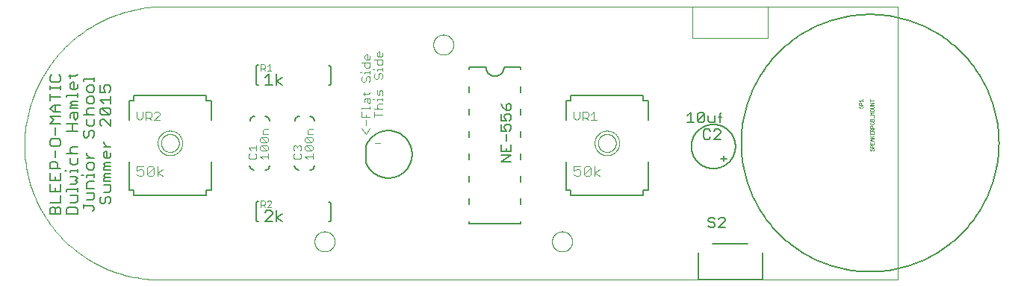
<source format=gto>
G75*
%MOIN*%
%OFA0B0*%
%FSLAX25Y25*%
%IPPOS*%
%LPD*%
%AMOC8*
5,1,8,0,0,1.08239X$1,22.5*
%
%ADD10C,0.00000*%
%ADD11C,0.00300*%
%ADD12C,0.00700*%
%ADD13C,0.00600*%
%ADD14C,0.00400*%
%ADD15C,0.00800*%
%ADD16C,0.00500*%
%ADD17C,0.00100*%
%ADD18C,0.00200*%
%ADD19C,0.00394*%
D10*
X0067008Y0011800D02*
X0396564Y0011800D01*
X0396564Y0133847D01*
X0069822Y0133847D01*
X0189300Y0116800D02*
X0189302Y0116934D01*
X0189308Y0117068D01*
X0189318Y0117201D01*
X0189332Y0117335D01*
X0189350Y0117468D01*
X0189372Y0117600D01*
X0189397Y0117731D01*
X0189427Y0117862D01*
X0189461Y0117992D01*
X0189498Y0118120D01*
X0189539Y0118248D01*
X0189584Y0118374D01*
X0189633Y0118499D01*
X0189685Y0118622D01*
X0189741Y0118744D01*
X0189801Y0118864D01*
X0189864Y0118982D01*
X0189931Y0119098D01*
X0190001Y0119212D01*
X0190075Y0119324D01*
X0190152Y0119434D01*
X0190232Y0119542D01*
X0190315Y0119647D01*
X0190401Y0119749D01*
X0190490Y0119849D01*
X0190583Y0119946D01*
X0190678Y0120041D01*
X0190776Y0120132D01*
X0190876Y0120221D01*
X0190979Y0120306D01*
X0191085Y0120389D01*
X0191193Y0120468D01*
X0191303Y0120544D01*
X0191416Y0120617D01*
X0191531Y0120686D01*
X0191647Y0120752D01*
X0191766Y0120814D01*
X0191886Y0120873D01*
X0192009Y0120928D01*
X0192132Y0120980D01*
X0192257Y0121027D01*
X0192384Y0121071D01*
X0192512Y0121112D01*
X0192641Y0121148D01*
X0192771Y0121181D01*
X0192902Y0121209D01*
X0193033Y0121234D01*
X0193166Y0121255D01*
X0193299Y0121272D01*
X0193432Y0121285D01*
X0193566Y0121294D01*
X0193700Y0121299D01*
X0193834Y0121300D01*
X0193967Y0121297D01*
X0194101Y0121290D01*
X0194235Y0121279D01*
X0194368Y0121264D01*
X0194501Y0121245D01*
X0194633Y0121222D01*
X0194764Y0121196D01*
X0194894Y0121165D01*
X0195024Y0121130D01*
X0195152Y0121092D01*
X0195279Y0121050D01*
X0195405Y0121004D01*
X0195530Y0120954D01*
X0195653Y0120901D01*
X0195774Y0120844D01*
X0195894Y0120783D01*
X0196011Y0120719D01*
X0196127Y0120652D01*
X0196241Y0120581D01*
X0196352Y0120506D01*
X0196461Y0120429D01*
X0196568Y0120348D01*
X0196673Y0120264D01*
X0196774Y0120177D01*
X0196874Y0120087D01*
X0196970Y0119994D01*
X0197064Y0119898D01*
X0197155Y0119799D01*
X0197242Y0119698D01*
X0197327Y0119594D01*
X0197409Y0119488D01*
X0197487Y0119380D01*
X0197562Y0119269D01*
X0197634Y0119156D01*
X0197703Y0119040D01*
X0197768Y0118923D01*
X0197829Y0118804D01*
X0197887Y0118683D01*
X0197941Y0118561D01*
X0197992Y0118437D01*
X0198039Y0118311D01*
X0198082Y0118184D01*
X0198121Y0118056D01*
X0198157Y0117927D01*
X0198188Y0117797D01*
X0198216Y0117666D01*
X0198240Y0117534D01*
X0198260Y0117401D01*
X0198276Y0117268D01*
X0198288Y0117135D01*
X0198296Y0117001D01*
X0198300Y0116867D01*
X0198300Y0116733D01*
X0198296Y0116599D01*
X0198288Y0116465D01*
X0198276Y0116332D01*
X0198260Y0116199D01*
X0198240Y0116066D01*
X0198216Y0115934D01*
X0198188Y0115803D01*
X0198157Y0115673D01*
X0198121Y0115544D01*
X0198082Y0115416D01*
X0198039Y0115289D01*
X0197992Y0115163D01*
X0197941Y0115039D01*
X0197887Y0114917D01*
X0197829Y0114796D01*
X0197768Y0114677D01*
X0197703Y0114560D01*
X0197634Y0114444D01*
X0197562Y0114331D01*
X0197487Y0114220D01*
X0197409Y0114112D01*
X0197327Y0114006D01*
X0197242Y0113902D01*
X0197155Y0113801D01*
X0197064Y0113702D01*
X0196970Y0113606D01*
X0196874Y0113513D01*
X0196774Y0113423D01*
X0196673Y0113336D01*
X0196568Y0113252D01*
X0196461Y0113171D01*
X0196352Y0113094D01*
X0196241Y0113019D01*
X0196127Y0112948D01*
X0196011Y0112881D01*
X0195894Y0112817D01*
X0195774Y0112756D01*
X0195653Y0112699D01*
X0195530Y0112646D01*
X0195405Y0112596D01*
X0195279Y0112550D01*
X0195152Y0112508D01*
X0195024Y0112470D01*
X0194894Y0112435D01*
X0194764Y0112404D01*
X0194633Y0112378D01*
X0194501Y0112355D01*
X0194368Y0112336D01*
X0194235Y0112321D01*
X0194101Y0112310D01*
X0193967Y0112303D01*
X0193834Y0112300D01*
X0193700Y0112301D01*
X0193566Y0112306D01*
X0193432Y0112315D01*
X0193299Y0112328D01*
X0193166Y0112345D01*
X0193033Y0112366D01*
X0192902Y0112391D01*
X0192771Y0112419D01*
X0192641Y0112452D01*
X0192512Y0112488D01*
X0192384Y0112529D01*
X0192257Y0112573D01*
X0192132Y0112620D01*
X0192009Y0112672D01*
X0191886Y0112727D01*
X0191766Y0112786D01*
X0191647Y0112848D01*
X0191531Y0112914D01*
X0191416Y0112983D01*
X0191303Y0113056D01*
X0191193Y0113132D01*
X0191085Y0113211D01*
X0190979Y0113294D01*
X0190876Y0113379D01*
X0190776Y0113468D01*
X0190678Y0113559D01*
X0190583Y0113654D01*
X0190490Y0113751D01*
X0190401Y0113851D01*
X0190315Y0113953D01*
X0190232Y0114058D01*
X0190152Y0114166D01*
X0190075Y0114276D01*
X0190001Y0114388D01*
X0189931Y0114502D01*
X0189864Y0114618D01*
X0189801Y0114736D01*
X0189741Y0114856D01*
X0189685Y0114978D01*
X0189633Y0115101D01*
X0189584Y0115226D01*
X0189539Y0115352D01*
X0189498Y0115480D01*
X0189461Y0115608D01*
X0189427Y0115738D01*
X0189397Y0115869D01*
X0189372Y0116000D01*
X0189350Y0116132D01*
X0189332Y0116265D01*
X0189318Y0116399D01*
X0189308Y0116532D01*
X0189302Y0116666D01*
X0189300Y0116800D01*
X0069822Y0133848D02*
X0068319Y0133849D01*
X0066816Y0133815D01*
X0065314Y0133744D01*
X0063815Y0133637D01*
X0062319Y0133494D01*
X0060827Y0133314D01*
X0059339Y0133099D01*
X0057857Y0132848D01*
X0056381Y0132561D01*
X0054913Y0132238D01*
X0053454Y0131880D01*
X0052003Y0131487D01*
X0050562Y0131059D01*
X0049132Y0130596D01*
X0047713Y0130099D01*
X0046307Y0129568D01*
X0044914Y0129003D01*
X0043536Y0128404D01*
X0042172Y0127772D01*
X0040823Y0127108D01*
X0039492Y0126411D01*
X0038177Y0125682D01*
X0036880Y0124921D01*
X0035603Y0124130D01*
X0034344Y0123308D01*
X0033106Y0122455D01*
X0031889Y0121573D01*
X0030694Y0120662D01*
X0029521Y0119722D01*
X0028371Y0118754D01*
X0027244Y0117759D01*
X0026142Y0116737D01*
X0025065Y0115688D01*
X0024014Y0114614D01*
X0022989Y0113514D01*
X0021991Y0112390D01*
X0021020Y0111243D01*
X0020078Y0110072D01*
X0019164Y0108878D01*
X0018279Y0107663D01*
X0017423Y0106427D01*
X0016598Y0105171D01*
X0015804Y0103895D01*
X0015040Y0102601D01*
X0014308Y0101288D01*
X0013608Y0099958D01*
X0012940Y0098611D01*
X0012305Y0097249D01*
X0011703Y0095871D01*
X0011134Y0094480D01*
X0010600Y0093075D01*
X0010099Y0091658D01*
X0009633Y0090229D01*
X0009201Y0088789D01*
X0008805Y0087339D01*
X0008443Y0085880D01*
X0008117Y0084413D01*
X0007826Y0082938D01*
X0007572Y0081457D01*
X0007353Y0079970D01*
X0007170Y0078478D01*
X0007023Y0076982D01*
X0006912Y0075483D01*
X0006838Y0073981D01*
X0006799Y0072479D01*
X0006800Y0072479D02*
X0006800Y0072008D01*
X0006818Y0070553D01*
X0006870Y0069099D01*
X0006958Y0067647D01*
X0007081Y0066197D01*
X0007239Y0064751D01*
X0007432Y0063309D01*
X0007659Y0061872D01*
X0007922Y0060440D01*
X0008218Y0059016D01*
X0008550Y0057599D01*
X0008915Y0056191D01*
X0009314Y0054792D01*
X0009747Y0053403D01*
X0010213Y0052024D01*
X0010713Y0050658D01*
X0011245Y0049304D01*
X0011810Y0047963D01*
X0012407Y0046636D01*
X0013036Y0045324D01*
X0013696Y0044028D01*
X0014388Y0042748D01*
X0015111Y0041485D01*
X0015863Y0040240D01*
X0016646Y0039013D01*
X0017458Y0037806D01*
X0018299Y0036619D01*
X0019168Y0035452D01*
X0020065Y0034307D01*
X0020990Y0033183D01*
X0021942Y0032083D01*
X0022920Y0031005D01*
X0023923Y0029952D01*
X0024952Y0028923D01*
X0026005Y0027920D01*
X0027083Y0026942D01*
X0028183Y0025990D01*
X0029307Y0025065D01*
X0030452Y0024168D01*
X0031619Y0023299D01*
X0032806Y0022458D01*
X0034013Y0021646D01*
X0035240Y0020863D01*
X0036485Y0020111D01*
X0037748Y0019388D01*
X0039028Y0018696D01*
X0040324Y0018036D01*
X0041636Y0017407D01*
X0042963Y0016810D01*
X0044304Y0016245D01*
X0045658Y0015713D01*
X0047024Y0015213D01*
X0048403Y0014747D01*
X0049792Y0014314D01*
X0051191Y0013915D01*
X0052599Y0013550D01*
X0054016Y0013218D01*
X0055440Y0012922D01*
X0056872Y0012659D01*
X0058309Y0012432D01*
X0059751Y0012239D01*
X0061197Y0012081D01*
X0062647Y0011958D01*
X0064099Y0011870D01*
X0065553Y0011818D01*
X0067008Y0011800D01*
X0136300Y0028800D02*
X0136302Y0028934D01*
X0136308Y0029068D01*
X0136318Y0029201D01*
X0136332Y0029335D01*
X0136350Y0029468D01*
X0136372Y0029600D01*
X0136397Y0029731D01*
X0136427Y0029862D01*
X0136461Y0029992D01*
X0136498Y0030120D01*
X0136539Y0030248D01*
X0136584Y0030374D01*
X0136633Y0030499D01*
X0136685Y0030622D01*
X0136741Y0030744D01*
X0136801Y0030864D01*
X0136864Y0030982D01*
X0136931Y0031098D01*
X0137001Y0031212D01*
X0137075Y0031324D01*
X0137152Y0031434D01*
X0137232Y0031542D01*
X0137315Y0031647D01*
X0137401Y0031749D01*
X0137490Y0031849D01*
X0137583Y0031946D01*
X0137678Y0032041D01*
X0137776Y0032132D01*
X0137876Y0032221D01*
X0137979Y0032306D01*
X0138085Y0032389D01*
X0138193Y0032468D01*
X0138303Y0032544D01*
X0138416Y0032617D01*
X0138531Y0032686D01*
X0138647Y0032752D01*
X0138766Y0032814D01*
X0138886Y0032873D01*
X0139009Y0032928D01*
X0139132Y0032980D01*
X0139257Y0033027D01*
X0139384Y0033071D01*
X0139512Y0033112D01*
X0139641Y0033148D01*
X0139771Y0033181D01*
X0139902Y0033209D01*
X0140033Y0033234D01*
X0140166Y0033255D01*
X0140299Y0033272D01*
X0140432Y0033285D01*
X0140566Y0033294D01*
X0140700Y0033299D01*
X0140834Y0033300D01*
X0140967Y0033297D01*
X0141101Y0033290D01*
X0141235Y0033279D01*
X0141368Y0033264D01*
X0141501Y0033245D01*
X0141633Y0033222D01*
X0141764Y0033196D01*
X0141894Y0033165D01*
X0142024Y0033130D01*
X0142152Y0033092D01*
X0142279Y0033050D01*
X0142405Y0033004D01*
X0142530Y0032954D01*
X0142653Y0032901D01*
X0142774Y0032844D01*
X0142894Y0032783D01*
X0143011Y0032719D01*
X0143127Y0032652D01*
X0143241Y0032581D01*
X0143352Y0032506D01*
X0143461Y0032429D01*
X0143568Y0032348D01*
X0143673Y0032264D01*
X0143774Y0032177D01*
X0143874Y0032087D01*
X0143970Y0031994D01*
X0144064Y0031898D01*
X0144155Y0031799D01*
X0144242Y0031698D01*
X0144327Y0031594D01*
X0144409Y0031488D01*
X0144487Y0031380D01*
X0144562Y0031269D01*
X0144634Y0031156D01*
X0144703Y0031040D01*
X0144768Y0030923D01*
X0144829Y0030804D01*
X0144887Y0030683D01*
X0144941Y0030561D01*
X0144992Y0030437D01*
X0145039Y0030311D01*
X0145082Y0030184D01*
X0145121Y0030056D01*
X0145157Y0029927D01*
X0145188Y0029797D01*
X0145216Y0029666D01*
X0145240Y0029534D01*
X0145260Y0029401D01*
X0145276Y0029268D01*
X0145288Y0029135D01*
X0145296Y0029001D01*
X0145300Y0028867D01*
X0145300Y0028733D01*
X0145296Y0028599D01*
X0145288Y0028465D01*
X0145276Y0028332D01*
X0145260Y0028199D01*
X0145240Y0028066D01*
X0145216Y0027934D01*
X0145188Y0027803D01*
X0145157Y0027673D01*
X0145121Y0027544D01*
X0145082Y0027416D01*
X0145039Y0027289D01*
X0144992Y0027163D01*
X0144941Y0027039D01*
X0144887Y0026917D01*
X0144829Y0026796D01*
X0144768Y0026677D01*
X0144703Y0026560D01*
X0144634Y0026444D01*
X0144562Y0026331D01*
X0144487Y0026220D01*
X0144409Y0026112D01*
X0144327Y0026006D01*
X0144242Y0025902D01*
X0144155Y0025801D01*
X0144064Y0025702D01*
X0143970Y0025606D01*
X0143874Y0025513D01*
X0143774Y0025423D01*
X0143673Y0025336D01*
X0143568Y0025252D01*
X0143461Y0025171D01*
X0143352Y0025094D01*
X0143241Y0025019D01*
X0143127Y0024948D01*
X0143011Y0024881D01*
X0142894Y0024817D01*
X0142774Y0024756D01*
X0142653Y0024699D01*
X0142530Y0024646D01*
X0142405Y0024596D01*
X0142279Y0024550D01*
X0142152Y0024508D01*
X0142024Y0024470D01*
X0141894Y0024435D01*
X0141764Y0024404D01*
X0141633Y0024378D01*
X0141501Y0024355D01*
X0141368Y0024336D01*
X0141235Y0024321D01*
X0141101Y0024310D01*
X0140967Y0024303D01*
X0140834Y0024300D01*
X0140700Y0024301D01*
X0140566Y0024306D01*
X0140432Y0024315D01*
X0140299Y0024328D01*
X0140166Y0024345D01*
X0140033Y0024366D01*
X0139902Y0024391D01*
X0139771Y0024419D01*
X0139641Y0024452D01*
X0139512Y0024488D01*
X0139384Y0024529D01*
X0139257Y0024573D01*
X0139132Y0024620D01*
X0139009Y0024672D01*
X0138886Y0024727D01*
X0138766Y0024786D01*
X0138647Y0024848D01*
X0138531Y0024914D01*
X0138416Y0024983D01*
X0138303Y0025056D01*
X0138193Y0025132D01*
X0138085Y0025211D01*
X0137979Y0025294D01*
X0137876Y0025379D01*
X0137776Y0025468D01*
X0137678Y0025559D01*
X0137583Y0025654D01*
X0137490Y0025751D01*
X0137401Y0025851D01*
X0137315Y0025953D01*
X0137232Y0026058D01*
X0137152Y0026166D01*
X0137075Y0026276D01*
X0137001Y0026388D01*
X0136931Y0026502D01*
X0136864Y0026618D01*
X0136801Y0026736D01*
X0136741Y0026856D01*
X0136685Y0026978D01*
X0136633Y0027101D01*
X0136584Y0027226D01*
X0136539Y0027352D01*
X0136498Y0027480D01*
X0136461Y0027608D01*
X0136427Y0027738D01*
X0136397Y0027869D01*
X0136372Y0028000D01*
X0136350Y0028132D01*
X0136332Y0028265D01*
X0136318Y0028399D01*
X0136308Y0028532D01*
X0136302Y0028666D01*
X0136300Y0028800D01*
X0242300Y0028800D02*
X0242302Y0028934D01*
X0242308Y0029068D01*
X0242318Y0029201D01*
X0242332Y0029335D01*
X0242350Y0029468D01*
X0242372Y0029600D01*
X0242397Y0029731D01*
X0242427Y0029862D01*
X0242461Y0029992D01*
X0242498Y0030120D01*
X0242539Y0030248D01*
X0242584Y0030374D01*
X0242633Y0030499D01*
X0242685Y0030622D01*
X0242741Y0030744D01*
X0242801Y0030864D01*
X0242864Y0030982D01*
X0242931Y0031098D01*
X0243001Y0031212D01*
X0243075Y0031324D01*
X0243152Y0031434D01*
X0243232Y0031542D01*
X0243315Y0031647D01*
X0243401Y0031749D01*
X0243490Y0031849D01*
X0243583Y0031946D01*
X0243678Y0032041D01*
X0243776Y0032132D01*
X0243876Y0032221D01*
X0243979Y0032306D01*
X0244085Y0032389D01*
X0244193Y0032468D01*
X0244303Y0032544D01*
X0244416Y0032617D01*
X0244531Y0032686D01*
X0244647Y0032752D01*
X0244766Y0032814D01*
X0244886Y0032873D01*
X0245009Y0032928D01*
X0245132Y0032980D01*
X0245257Y0033027D01*
X0245384Y0033071D01*
X0245512Y0033112D01*
X0245641Y0033148D01*
X0245771Y0033181D01*
X0245902Y0033209D01*
X0246033Y0033234D01*
X0246166Y0033255D01*
X0246299Y0033272D01*
X0246432Y0033285D01*
X0246566Y0033294D01*
X0246700Y0033299D01*
X0246834Y0033300D01*
X0246967Y0033297D01*
X0247101Y0033290D01*
X0247235Y0033279D01*
X0247368Y0033264D01*
X0247501Y0033245D01*
X0247633Y0033222D01*
X0247764Y0033196D01*
X0247894Y0033165D01*
X0248024Y0033130D01*
X0248152Y0033092D01*
X0248279Y0033050D01*
X0248405Y0033004D01*
X0248530Y0032954D01*
X0248653Y0032901D01*
X0248774Y0032844D01*
X0248894Y0032783D01*
X0249011Y0032719D01*
X0249127Y0032652D01*
X0249241Y0032581D01*
X0249352Y0032506D01*
X0249461Y0032429D01*
X0249568Y0032348D01*
X0249673Y0032264D01*
X0249774Y0032177D01*
X0249874Y0032087D01*
X0249970Y0031994D01*
X0250064Y0031898D01*
X0250155Y0031799D01*
X0250242Y0031698D01*
X0250327Y0031594D01*
X0250409Y0031488D01*
X0250487Y0031380D01*
X0250562Y0031269D01*
X0250634Y0031156D01*
X0250703Y0031040D01*
X0250768Y0030923D01*
X0250829Y0030804D01*
X0250887Y0030683D01*
X0250941Y0030561D01*
X0250992Y0030437D01*
X0251039Y0030311D01*
X0251082Y0030184D01*
X0251121Y0030056D01*
X0251157Y0029927D01*
X0251188Y0029797D01*
X0251216Y0029666D01*
X0251240Y0029534D01*
X0251260Y0029401D01*
X0251276Y0029268D01*
X0251288Y0029135D01*
X0251296Y0029001D01*
X0251300Y0028867D01*
X0251300Y0028733D01*
X0251296Y0028599D01*
X0251288Y0028465D01*
X0251276Y0028332D01*
X0251260Y0028199D01*
X0251240Y0028066D01*
X0251216Y0027934D01*
X0251188Y0027803D01*
X0251157Y0027673D01*
X0251121Y0027544D01*
X0251082Y0027416D01*
X0251039Y0027289D01*
X0250992Y0027163D01*
X0250941Y0027039D01*
X0250887Y0026917D01*
X0250829Y0026796D01*
X0250768Y0026677D01*
X0250703Y0026560D01*
X0250634Y0026444D01*
X0250562Y0026331D01*
X0250487Y0026220D01*
X0250409Y0026112D01*
X0250327Y0026006D01*
X0250242Y0025902D01*
X0250155Y0025801D01*
X0250064Y0025702D01*
X0249970Y0025606D01*
X0249874Y0025513D01*
X0249774Y0025423D01*
X0249673Y0025336D01*
X0249568Y0025252D01*
X0249461Y0025171D01*
X0249352Y0025094D01*
X0249241Y0025019D01*
X0249127Y0024948D01*
X0249011Y0024881D01*
X0248894Y0024817D01*
X0248774Y0024756D01*
X0248653Y0024699D01*
X0248530Y0024646D01*
X0248405Y0024596D01*
X0248279Y0024550D01*
X0248152Y0024508D01*
X0248024Y0024470D01*
X0247894Y0024435D01*
X0247764Y0024404D01*
X0247633Y0024378D01*
X0247501Y0024355D01*
X0247368Y0024336D01*
X0247235Y0024321D01*
X0247101Y0024310D01*
X0246967Y0024303D01*
X0246834Y0024300D01*
X0246700Y0024301D01*
X0246566Y0024306D01*
X0246432Y0024315D01*
X0246299Y0024328D01*
X0246166Y0024345D01*
X0246033Y0024366D01*
X0245902Y0024391D01*
X0245771Y0024419D01*
X0245641Y0024452D01*
X0245512Y0024488D01*
X0245384Y0024529D01*
X0245257Y0024573D01*
X0245132Y0024620D01*
X0245009Y0024672D01*
X0244886Y0024727D01*
X0244766Y0024786D01*
X0244647Y0024848D01*
X0244531Y0024914D01*
X0244416Y0024983D01*
X0244303Y0025056D01*
X0244193Y0025132D01*
X0244085Y0025211D01*
X0243979Y0025294D01*
X0243876Y0025379D01*
X0243776Y0025468D01*
X0243678Y0025559D01*
X0243583Y0025654D01*
X0243490Y0025751D01*
X0243401Y0025851D01*
X0243315Y0025953D01*
X0243232Y0026058D01*
X0243152Y0026166D01*
X0243075Y0026276D01*
X0243001Y0026388D01*
X0242931Y0026502D01*
X0242864Y0026618D01*
X0242801Y0026736D01*
X0242741Y0026856D01*
X0242685Y0026978D01*
X0242633Y0027101D01*
X0242584Y0027226D01*
X0242539Y0027352D01*
X0242498Y0027480D01*
X0242461Y0027608D01*
X0242427Y0027738D01*
X0242397Y0027869D01*
X0242372Y0028000D01*
X0242350Y0028132D01*
X0242332Y0028265D01*
X0242318Y0028399D01*
X0242308Y0028532D01*
X0242302Y0028666D01*
X0242300Y0028800D01*
D11*
X0117074Y0044139D02*
X0115139Y0044139D01*
X0117074Y0046074D01*
X0117074Y0046558D01*
X0116590Y0047041D01*
X0115623Y0047041D01*
X0115139Y0046558D01*
X0114128Y0046558D02*
X0114128Y0045590D01*
X0113644Y0045107D01*
X0112193Y0045107D01*
X0113160Y0045107D02*
X0114128Y0044139D01*
X0112193Y0044139D02*
X0112193Y0047041D01*
X0113644Y0047041D01*
X0114128Y0046558D01*
X0163092Y0072811D02*
X0165561Y0072811D01*
X0159198Y0076950D02*
X0161050Y0079419D01*
X0159198Y0080633D02*
X0159198Y0083102D01*
X0159198Y0084316D02*
X0159198Y0085551D01*
X0157347Y0086785D02*
X0157347Y0084316D01*
X0161050Y0084316D01*
X0162947Y0084316D02*
X0162947Y0086785D01*
X0162947Y0087999D02*
X0166650Y0087999D01*
X0164798Y0087999D02*
X0164181Y0088617D01*
X0164181Y0089851D01*
X0164798Y0090468D01*
X0166650Y0090468D01*
X0166650Y0091683D02*
X0166650Y0092917D01*
X0166650Y0092300D02*
X0164181Y0092300D01*
X0164181Y0091683D01*
X0162947Y0092300D02*
X0162330Y0092300D01*
X0161050Y0092924D02*
X0161050Y0091072D01*
X0160433Y0090455D01*
X0159816Y0091072D01*
X0159816Y0092924D01*
X0159198Y0092924D02*
X0161050Y0092924D01*
X0159198Y0092924D02*
X0158581Y0092306D01*
X0158581Y0091072D01*
X0161050Y0089234D02*
X0161050Y0087999D01*
X0161050Y0088617D02*
X0157347Y0088617D01*
X0157347Y0087999D01*
X0162947Y0085551D02*
X0166650Y0085551D01*
X0157347Y0079419D02*
X0159198Y0076950D01*
X0158581Y0094138D02*
X0158581Y0095372D01*
X0157964Y0094755D02*
X0160433Y0094755D01*
X0161050Y0095372D01*
X0164181Y0094755D02*
X0164181Y0096607D01*
X0165416Y0095990D02*
X0165416Y0094755D01*
X0164798Y0094138D01*
X0164181Y0094755D01*
X0165416Y0095990D02*
X0166033Y0096607D01*
X0166650Y0095990D01*
X0166650Y0094138D01*
X0160433Y0100277D02*
X0161050Y0100894D01*
X0161050Y0102128D01*
X0160433Y0102745D01*
X0159816Y0102745D01*
X0159198Y0102128D01*
X0159198Y0100894D01*
X0158581Y0100277D01*
X0157964Y0100277D01*
X0157347Y0100894D01*
X0157347Y0102128D01*
X0157964Y0102745D01*
X0158581Y0103960D02*
X0158581Y0104577D01*
X0161050Y0104577D01*
X0161050Y0103960D02*
X0161050Y0105194D01*
X0160433Y0106415D02*
X0159198Y0106415D01*
X0158581Y0107032D01*
X0158581Y0108884D01*
X0157347Y0108884D02*
X0161050Y0108884D01*
X0161050Y0107032D01*
X0160433Y0106415D01*
X0162330Y0105805D02*
X0162947Y0105805D01*
X0164181Y0105805D02*
X0166650Y0105805D01*
X0166650Y0106422D02*
X0166650Y0105187D01*
X0166033Y0103973D02*
X0166650Y0103356D01*
X0166650Y0102121D01*
X0166033Y0101504D01*
X0164798Y0102121D02*
X0164798Y0103356D01*
X0165416Y0103973D01*
X0166033Y0103973D01*
X0164181Y0105187D02*
X0164181Y0105805D01*
X0163564Y0103973D02*
X0162947Y0103356D01*
X0162947Y0102121D01*
X0163564Y0101504D01*
X0164181Y0101504D01*
X0164798Y0102121D01*
X0157347Y0104577D02*
X0156730Y0104577D01*
X0164181Y0108260D02*
X0164181Y0110112D01*
X0162947Y0110112D02*
X0166650Y0110112D01*
X0166650Y0108260D01*
X0166033Y0107643D01*
X0164798Y0107643D01*
X0164181Y0108260D01*
X0161050Y0110715D02*
X0160433Y0110098D01*
X0159198Y0110098D01*
X0158581Y0110715D01*
X0158581Y0111950D01*
X0159198Y0112567D01*
X0159816Y0112567D01*
X0159816Y0110098D01*
X0161050Y0110715D02*
X0161050Y0111950D01*
X0164181Y0111943D02*
X0164181Y0113178D01*
X0164798Y0113795D01*
X0165416Y0113795D01*
X0165416Y0111326D01*
X0166033Y0111326D02*
X0164798Y0111326D01*
X0164181Y0111943D01*
X0166033Y0111326D02*
X0166650Y0111943D01*
X0166650Y0113178D01*
X0117074Y0105139D02*
X0115139Y0105139D01*
X0116107Y0105139D02*
X0116107Y0108041D01*
X0115139Y0107074D01*
X0114128Y0106590D02*
X0113644Y0106107D01*
X0112193Y0106107D01*
X0113160Y0106107D02*
X0114128Y0105139D01*
X0114128Y0106590D02*
X0114128Y0107558D01*
X0113644Y0108041D01*
X0112193Y0108041D01*
X0112193Y0105139D01*
X0067287Y0086226D02*
X0066636Y0086877D01*
X0065335Y0086877D01*
X0064685Y0086226D01*
X0063420Y0086226D02*
X0063420Y0084925D01*
X0062769Y0084275D01*
X0060817Y0084275D01*
X0059552Y0084275D02*
X0059552Y0086877D01*
X0060817Y0086877D02*
X0062769Y0086877D01*
X0063420Y0086226D01*
X0060817Y0086877D02*
X0060817Y0082974D01*
X0059552Y0084275D02*
X0058251Y0082974D01*
X0056950Y0084275D01*
X0056950Y0086877D01*
X0062118Y0084275D02*
X0063420Y0082974D01*
X0064685Y0082974D02*
X0067287Y0085576D01*
X0067287Y0086226D01*
X0067287Y0082974D02*
X0064685Y0082974D01*
X0251950Y0084275D02*
X0253251Y0082974D01*
X0254552Y0084275D01*
X0254552Y0086877D01*
X0255817Y0086877D02*
X0257769Y0086877D01*
X0258420Y0086226D01*
X0258420Y0084925D01*
X0257769Y0084275D01*
X0255817Y0084275D01*
X0255817Y0082974D02*
X0255817Y0086877D01*
X0251950Y0086877D02*
X0251950Y0084275D01*
X0257118Y0084275D02*
X0258420Y0082974D01*
X0259685Y0082974D02*
X0262287Y0082974D01*
X0260986Y0082974D02*
X0260986Y0086877D01*
X0259685Y0085576D01*
D12*
X0045337Y0086189D02*
X0044537Y0085389D01*
X0041334Y0088591D01*
X0044537Y0088591D01*
X0045337Y0087791D01*
X0045337Y0086189D01*
X0044537Y0085389D02*
X0041334Y0085389D01*
X0040533Y0086189D01*
X0040533Y0087791D01*
X0041334Y0088591D01*
X0042135Y0090453D02*
X0040533Y0092054D01*
X0045337Y0092054D01*
X0045337Y0090453D02*
X0045337Y0093656D01*
X0044537Y0095517D02*
X0045337Y0096318D01*
X0045337Y0097919D01*
X0044537Y0098720D01*
X0042935Y0098720D01*
X0042135Y0097919D01*
X0042135Y0097119D01*
X0042935Y0095517D01*
X0040533Y0095517D01*
X0040533Y0098720D01*
X0037913Y0097919D02*
X0037112Y0098720D01*
X0035510Y0098720D01*
X0034710Y0097919D01*
X0034710Y0096318D01*
X0035510Y0095517D01*
X0037112Y0095517D01*
X0037913Y0096318D01*
X0037913Y0097919D01*
X0037913Y0100582D02*
X0037913Y0102183D01*
X0037913Y0101382D02*
X0033108Y0101382D01*
X0033108Y0100582D01*
X0030487Y0099186D02*
X0030487Y0097584D01*
X0029687Y0096783D01*
X0028085Y0096783D01*
X0027285Y0097584D01*
X0027285Y0099186D01*
X0028085Y0099986D01*
X0028886Y0099986D01*
X0028886Y0096783D01*
X0023062Y0096783D02*
X0023062Y0098385D01*
X0023062Y0097584D02*
X0018258Y0097584D01*
X0018258Y0096783D02*
X0018258Y0098385D01*
X0019059Y0100160D02*
X0022262Y0100160D01*
X0023062Y0100960D01*
X0023062Y0102562D01*
X0022262Y0103362D01*
X0019059Y0103362D02*
X0018258Y0102562D01*
X0018258Y0100960D01*
X0019059Y0100160D01*
X0026484Y0102648D02*
X0029687Y0102648D01*
X0030487Y0103449D01*
X0027285Y0103449D02*
X0027285Y0101848D01*
X0030487Y0095009D02*
X0030487Y0093407D01*
X0030487Y0094208D02*
X0025683Y0094208D01*
X0025683Y0093407D01*
X0023062Y0093320D02*
X0018258Y0093320D01*
X0018258Y0091719D02*
X0018258Y0094922D01*
X0027285Y0090745D02*
X0028085Y0091546D01*
X0030487Y0091546D01*
X0030487Y0089944D02*
X0028085Y0089944D01*
X0027285Y0090745D01*
X0028085Y0089944D02*
X0027285Y0089144D01*
X0027285Y0088343D01*
X0030487Y0088343D01*
X0030487Y0086481D02*
X0030487Y0084079D01*
X0029687Y0083279D01*
X0028886Y0084079D01*
X0028886Y0086481D01*
X0028085Y0086481D02*
X0030487Y0086481D01*
X0028085Y0086481D02*
X0027285Y0085681D01*
X0027285Y0084079D01*
X0028085Y0081417D02*
X0028085Y0078214D01*
X0030487Y0078214D02*
X0025683Y0078214D01*
X0020660Y0079729D02*
X0020660Y0076526D01*
X0019059Y0074665D02*
X0018258Y0073864D01*
X0018258Y0072263D01*
X0019059Y0071462D01*
X0022262Y0071462D01*
X0023062Y0072263D01*
X0023062Y0073864D01*
X0022262Y0074665D01*
X0019059Y0074665D01*
X0027285Y0070488D02*
X0028085Y0071288D01*
X0030487Y0071288D01*
X0027285Y0070488D02*
X0027285Y0068886D01*
X0028085Y0068086D01*
X0027285Y0066224D02*
X0027285Y0063822D01*
X0028085Y0063021D01*
X0029687Y0063021D01*
X0030487Y0063822D01*
X0030487Y0066224D01*
X0030487Y0068086D02*
X0025683Y0068086D01*
X0020660Y0069600D02*
X0020660Y0066398D01*
X0020660Y0064536D02*
X0021461Y0063735D01*
X0021461Y0061333D01*
X0023062Y0061333D02*
X0018258Y0061333D01*
X0018258Y0063735D01*
X0019059Y0064536D01*
X0020660Y0064536D01*
X0024883Y0060446D02*
X0025683Y0060446D01*
X0027285Y0060446D02*
X0027285Y0059645D01*
X0027285Y0060446D02*
X0030487Y0060446D01*
X0030487Y0061246D02*
X0030487Y0059645D01*
X0029687Y0057784D02*
X0027285Y0057784D01*
X0029687Y0057784D02*
X0030487Y0056983D01*
X0029687Y0056182D01*
X0030487Y0055381D01*
X0029687Y0054581D01*
X0027285Y0054581D01*
X0030487Y0052806D02*
X0030487Y0051205D01*
X0030487Y0052005D02*
X0025683Y0052005D01*
X0025683Y0051205D01*
X0027285Y0049343D02*
X0030487Y0049343D01*
X0030487Y0046941D01*
X0029687Y0046140D01*
X0027285Y0046140D01*
X0023062Y0046140D02*
X0023062Y0049343D01*
X0023062Y0051205D02*
X0018258Y0051205D01*
X0018258Y0054407D01*
X0018258Y0056269D02*
X0023062Y0056269D01*
X0023062Y0059472D01*
X0020660Y0057870D02*
X0020660Y0056269D01*
X0018258Y0056269D02*
X0018258Y0059472D01*
X0023062Y0054407D02*
X0023062Y0051205D01*
X0020660Y0051205D02*
X0020660Y0052806D01*
X0032308Y0058336D02*
X0033108Y0058336D01*
X0034710Y0058336D02*
X0037913Y0058336D01*
X0037913Y0059136D02*
X0037913Y0057535D01*
X0037913Y0055673D02*
X0035510Y0055673D01*
X0034710Y0054873D01*
X0034710Y0052471D01*
X0037913Y0052471D01*
X0042135Y0053985D02*
X0045337Y0053985D01*
X0045337Y0051583D01*
X0044537Y0050783D01*
X0042135Y0050783D01*
X0037913Y0050609D02*
X0034710Y0050609D01*
X0037913Y0050609D02*
X0037913Y0048207D01*
X0037112Y0047406D01*
X0034710Y0047406D01*
X0033108Y0045545D02*
X0033108Y0043943D01*
X0033108Y0044744D02*
X0037112Y0044744D01*
X0037913Y0043943D01*
X0037913Y0043143D01*
X0037112Y0042342D01*
X0040533Y0046519D02*
X0041334Y0045718D01*
X0042135Y0045718D01*
X0042935Y0046519D01*
X0042935Y0048120D01*
X0043736Y0048921D01*
X0044537Y0048921D01*
X0045337Y0048120D01*
X0045337Y0046519D01*
X0044537Y0045718D01*
X0040533Y0046519D02*
X0040533Y0048120D01*
X0041334Y0048921D01*
X0030487Y0043478D02*
X0029687Y0044279D01*
X0026484Y0044279D01*
X0025683Y0043478D01*
X0025683Y0041076D01*
X0030487Y0041076D01*
X0030487Y0043478D01*
X0023062Y0043478D02*
X0023062Y0041076D01*
X0018258Y0041076D01*
X0018258Y0043478D01*
X0019059Y0044279D01*
X0019860Y0044279D01*
X0020660Y0043478D01*
X0020660Y0041076D01*
X0020660Y0043478D02*
X0021461Y0044279D01*
X0022262Y0044279D01*
X0023062Y0043478D01*
X0023062Y0046140D02*
X0018258Y0046140D01*
X0042135Y0055847D02*
X0042135Y0056648D01*
X0042935Y0057448D01*
X0042135Y0058249D01*
X0042935Y0059050D01*
X0045337Y0059050D01*
X0045337Y0057448D02*
X0042935Y0057448D01*
X0042135Y0055847D02*
X0045337Y0055847D01*
X0045337Y0060911D02*
X0042135Y0060911D01*
X0042135Y0061712D01*
X0042935Y0062513D01*
X0042135Y0063313D01*
X0042935Y0064114D01*
X0045337Y0064114D01*
X0045337Y0062513D02*
X0042935Y0062513D01*
X0037913Y0063313D02*
X0037112Y0064114D01*
X0035510Y0064114D01*
X0034710Y0063313D01*
X0034710Y0061712D01*
X0035510Y0060911D01*
X0037112Y0060911D01*
X0037913Y0061712D01*
X0037913Y0063313D01*
X0037913Y0065976D02*
X0034710Y0065976D01*
X0034710Y0067577D02*
X0034710Y0068378D01*
X0034710Y0067577D02*
X0036311Y0065976D01*
X0042135Y0066776D02*
X0042135Y0068378D01*
X0042935Y0069178D01*
X0043736Y0069178D01*
X0043736Y0065976D01*
X0042935Y0065976D02*
X0042135Y0066776D01*
X0042935Y0065976D02*
X0044537Y0065976D01*
X0045337Y0066776D01*
X0045337Y0068378D01*
X0045337Y0071040D02*
X0042135Y0071040D01*
X0043736Y0071040D02*
X0042135Y0072641D01*
X0042135Y0073442D01*
X0037913Y0076061D02*
X0037112Y0075260D01*
X0037913Y0076061D02*
X0037913Y0077662D01*
X0037112Y0078463D01*
X0036311Y0078463D01*
X0035510Y0077662D01*
X0035510Y0076061D01*
X0034710Y0075260D01*
X0033909Y0075260D01*
X0033108Y0076061D01*
X0033108Y0077662D01*
X0033909Y0078463D01*
X0035510Y0080324D02*
X0034710Y0081125D01*
X0034710Y0083527D01*
X0035510Y0085389D02*
X0034710Y0086189D01*
X0034710Y0087791D01*
X0035510Y0088591D01*
X0037913Y0088591D01*
X0037112Y0090453D02*
X0037913Y0091254D01*
X0037913Y0092855D01*
X0037112Y0093656D01*
X0035510Y0093656D01*
X0034710Y0092855D01*
X0034710Y0091254D01*
X0035510Y0090453D01*
X0037112Y0090453D01*
X0037913Y0085389D02*
X0033108Y0085389D01*
X0037913Y0083527D02*
X0037913Y0081125D01*
X0037112Y0080324D01*
X0035510Y0080324D01*
X0040533Y0081125D02*
X0040533Y0082726D01*
X0041334Y0083527D01*
X0042135Y0083527D01*
X0045337Y0080324D01*
X0045337Y0083527D01*
X0041334Y0080324D02*
X0040533Y0081125D01*
X0030487Y0081417D02*
X0025683Y0081417D01*
X0023062Y0081590D02*
X0018258Y0081590D01*
X0019860Y0083192D01*
X0018258Y0084793D01*
X0023062Y0084793D01*
X0023062Y0086655D02*
X0019860Y0086655D01*
X0018258Y0088256D01*
X0019860Y0089858D01*
X0023062Y0089858D01*
X0020660Y0089858D02*
X0020660Y0086655D01*
X0034710Y0058336D02*
X0034710Y0057535D01*
D13*
X0107367Y0062849D02*
X0107369Y0062762D01*
X0107375Y0062675D01*
X0107384Y0062588D01*
X0107397Y0062502D01*
X0107414Y0062416D01*
X0107435Y0062331D01*
X0107460Y0062248D01*
X0107488Y0062165D01*
X0107519Y0062084D01*
X0107554Y0062004D01*
X0107593Y0061926D01*
X0107635Y0061849D01*
X0107680Y0061774D01*
X0107729Y0061702D01*
X0107780Y0061631D01*
X0107835Y0061563D01*
X0107892Y0061498D01*
X0107953Y0061435D01*
X0108016Y0061374D01*
X0108081Y0061317D01*
X0108149Y0061262D01*
X0108220Y0061211D01*
X0108292Y0061162D01*
X0108367Y0061117D01*
X0108444Y0061075D01*
X0108522Y0061036D01*
X0108602Y0061001D01*
X0108683Y0060970D01*
X0108766Y0060942D01*
X0108849Y0060917D01*
X0108934Y0060896D01*
X0109020Y0060879D01*
X0109106Y0060866D01*
X0109193Y0060857D01*
X0109280Y0060851D01*
X0109367Y0060849D01*
X0114098Y0060698D02*
X0114185Y0060700D01*
X0114272Y0060706D01*
X0114359Y0060715D01*
X0114445Y0060728D01*
X0114531Y0060745D01*
X0114616Y0060766D01*
X0114699Y0060791D01*
X0114782Y0060819D01*
X0114863Y0060850D01*
X0114943Y0060885D01*
X0115021Y0060924D01*
X0115098Y0060966D01*
X0115173Y0061011D01*
X0115245Y0061060D01*
X0115316Y0061111D01*
X0115384Y0061166D01*
X0115449Y0061223D01*
X0115512Y0061284D01*
X0115573Y0061347D01*
X0115630Y0061412D01*
X0115685Y0061480D01*
X0115736Y0061551D01*
X0115785Y0061623D01*
X0115830Y0061698D01*
X0115872Y0061775D01*
X0115911Y0061853D01*
X0115946Y0061933D01*
X0115977Y0062014D01*
X0116005Y0062097D01*
X0116030Y0062180D01*
X0116051Y0062265D01*
X0116068Y0062351D01*
X0116081Y0062437D01*
X0116090Y0062524D01*
X0116096Y0062611D01*
X0116098Y0062698D01*
X0127367Y0062849D02*
X0127369Y0062762D01*
X0127375Y0062675D01*
X0127384Y0062588D01*
X0127397Y0062502D01*
X0127414Y0062416D01*
X0127435Y0062331D01*
X0127460Y0062248D01*
X0127488Y0062165D01*
X0127519Y0062084D01*
X0127554Y0062004D01*
X0127593Y0061926D01*
X0127635Y0061849D01*
X0127680Y0061774D01*
X0127729Y0061702D01*
X0127780Y0061631D01*
X0127835Y0061563D01*
X0127892Y0061498D01*
X0127953Y0061435D01*
X0128016Y0061374D01*
X0128081Y0061317D01*
X0128149Y0061262D01*
X0128220Y0061211D01*
X0128292Y0061162D01*
X0128367Y0061117D01*
X0128444Y0061075D01*
X0128522Y0061036D01*
X0128602Y0061001D01*
X0128683Y0060970D01*
X0128766Y0060942D01*
X0128849Y0060917D01*
X0128934Y0060896D01*
X0129020Y0060879D01*
X0129106Y0060866D01*
X0129193Y0060857D01*
X0129280Y0060851D01*
X0129367Y0060849D01*
X0134098Y0060698D02*
X0134185Y0060700D01*
X0134272Y0060706D01*
X0134359Y0060715D01*
X0134445Y0060728D01*
X0134531Y0060745D01*
X0134616Y0060766D01*
X0134699Y0060791D01*
X0134782Y0060819D01*
X0134863Y0060850D01*
X0134943Y0060885D01*
X0135021Y0060924D01*
X0135098Y0060966D01*
X0135173Y0061011D01*
X0135245Y0061060D01*
X0135316Y0061111D01*
X0135384Y0061166D01*
X0135449Y0061223D01*
X0135512Y0061284D01*
X0135573Y0061347D01*
X0135630Y0061412D01*
X0135685Y0061480D01*
X0135736Y0061551D01*
X0135785Y0061623D01*
X0135830Y0061698D01*
X0135872Y0061775D01*
X0135911Y0061853D01*
X0135946Y0061933D01*
X0135977Y0062014D01*
X0136005Y0062097D01*
X0136030Y0062180D01*
X0136051Y0062265D01*
X0136068Y0062351D01*
X0136081Y0062437D01*
X0136090Y0062524D01*
X0136096Y0062611D01*
X0136098Y0062698D01*
X0142631Y0046406D02*
X0142691Y0046404D01*
X0142752Y0046399D01*
X0142811Y0046390D01*
X0142870Y0046377D01*
X0142929Y0046361D01*
X0142986Y0046341D01*
X0143041Y0046318D01*
X0143096Y0046291D01*
X0143148Y0046262D01*
X0143199Y0046229D01*
X0143248Y0046193D01*
X0143294Y0046155D01*
X0143338Y0046113D01*
X0143380Y0046069D01*
X0143418Y0046023D01*
X0143454Y0045974D01*
X0143487Y0045923D01*
X0143516Y0045871D01*
X0143543Y0045816D01*
X0143566Y0045761D01*
X0143586Y0045704D01*
X0143602Y0045645D01*
X0143615Y0045586D01*
X0143624Y0045527D01*
X0143629Y0045466D01*
X0143631Y0045406D01*
X0143631Y0038800D01*
X0143629Y0038740D01*
X0143624Y0038679D01*
X0143615Y0038620D01*
X0143602Y0038561D01*
X0143586Y0038502D01*
X0143566Y0038445D01*
X0143543Y0038390D01*
X0143516Y0038335D01*
X0143487Y0038283D01*
X0143454Y0038232D01*
X0143418Y0038183D01*
X0143380Y0038137D01*
X0143338Y0038093D01*
X0143294Y0038051D01*
X0143248Y0038013D01*
X0143199Y0037977D01*
X0143148Y0037944D01*
X0143096Y0037915D01*
X0143041Y0037888D01*
X0142986Y0037865D01*
X0142929Y0037845D01*
X0142870Y0037829D01*
X0142811Y0037816D01*
X0142752Y0037807D01*
X0142691Y0037802D01*
X0142631Y0037800D01*
X0121826Y0037768D02*
X0119324Y0039436D01*
X0121826Y0041104D01*
X0119324Y0042772D02*
X0119324Y0037768D01*
X0117504Y0037768D02*
X0114168Y0037768D01*
X0117504Y0041104D01*
X0117504Y0041938D01*
X0116670Y0042772D01*
X0115002Y0042772D01*
X0114168Y0041938D01*
X0110225Y0038800D02*
X0110227Y0038740D01*
X0110232Y0038679D01*
X0110241Y0038620D01*
X0110254Y0038561D01*
X0110270Y0038502D01*
X0110290Y0038445D01*
X0110313Y0038390D01*
X0110340Y0038335D01*
X0110369Y0038283D01*
X0110402Y0038232D01*
X0110438Y0038183D01*
X0110476Y0038137D01*
X0110518Y0038093D01*
X0110562Y0038051D01*
X0110608Y0038013D01*
X0110657Y0037977D01*
X0110708Y0037944D01*
X0110760Y0037915D01*
X0110815Y0037888D01*
X0110870Y0037865D01*
X0110927Y0037845D01*
X0110986Y0037829D01*
X0111045Y0037816D01*
X0111104Y0037807D01*
X0111165Y0037802D01*
X0111225Y0037800D01*
X0110225Y0038800D02*
X0110225Y0045800D01*
X0110227Y0045860D01*
X0110232Y0045921D01*
X0110241Y0045980D01*
X0110254Y0046039D01*
X0110270Y0046098D01*
X0110290Y0046155D01*
X0110313Y0046210D01*
X0110340Y0046265D01*
X0110369Y0046317D01*
X0110402Y0046368D01*
X0110438Y0046417D01*
X0110476Y0046463D01*
X0110518Y0046507D01*
X0110562Y0046549D01*
X0110608Y0046587D01*
X0110657Y0046623D01*
X0110708Y0046656D01*
X0110760Y0046685D01*
X0110815Y0046712D01*
X0110870Y0046735D01*
X0110927Y0046755D01*
X0110986Y0046771D01*
X0111045Y0046784D01*
X0111104Y0046793D01*
X0111165Y0046798D01*
X0111225Y0046800D01*
X0107469Y0082868D02*
X0107471Y0082955D01*
X0107477Y0083042D01*
X0107486Y0083129D01*
X0107499Y0083215D01*
X0107516Y0083301D01*
X0107537Y0083386D01*
X0107562Y0083469D01*
X0107590Y0083552D01*
X0107621Y0083633D01*
X0107656Y0083713D01*
X0107695Y0083791D01*
X0107737Y0083868D01*
X0107782Y0083943D01*
X0107831Y0084015D01*
X0107882Y0084086D01*
X0107937Y0084154D01*
X0107994Y0084219D01*
X0108055Y0084282D01*
X0108118Y0084343D01*
X0108183Y0084400D01*
X0108251Y0084455D01*
X0108322Y0084506D01*
X0108394Y0084555D01*
X0108469Y0084600D01*
X0108546Y0084642D01*
X0108624Y0084681D01*
X0108704Y0084716D01*
X0108785Y0084747D01*
X0108868Y0084775D01*
X0108951Y0084800D01*
X0109036Y0084821D01*
X0109122Y0084838D01*
X0109208Y0084851D01*
X0109295Y0084860D01*
X0109382Y0084866D01*
X0109469Y0084868D01*
X0114165Y0084801D02*
X0114252Y0084799D01*
X0114339Y0084793D01*
X0114426Y0084784D01*
X0114512Y0084771D01*
X0114598Y0084754D01*
X0114683Y0084733D01*
X0114766Y0084708D01*
X0114849Y0084680D01*
X0114930Y0084649D01*
X0115010Y0084614D01*
X0115088Y0084575D01*
X0115165Y0084533D01*
X0115240Y0084488D01*
X0115312Y0084439D01*
X0115383Y0084388D01*
X0115451Y0084333D01*
X0115516Y0084276D01*
X0115579Y0084215D01*
X0115640Y0084152D01*
X0115697Y0084087D01*
X0115752Y0084019D01*
X0115803Y0083948D01*
X0115852Y0083876D01*
X0115897Y0083801D01*
X0115939Y0083724D01*
X0115978Y0083646D01*
X0116013Y0083566D01*
X0116044Y0083485D01*
X0116072Y0083402D01*
X0116097Y0083319D01*
X0116118Y0083234D01*
X0116135Y0083148D01*
X0116148Y0083062D01*
X0116157Y0082975D01*
X0116163Y0082888D01*
X0116165Y0082801D01*
X0127469Y0082868D02*
X0127471Y0082955D01*
X0127477Y0083042D01*
X0127486Y0083129D01*
X0127499Y0083215D01*
X0127516Y0083301D01*
X0127537Y0083386D01*
X0127562Y0083469D01*
X0127590Y0083552D01*
X0127621Y0083633D01*
X0127656Y0083713D01*
X0127695Y0083791D01*
X0127737Y0083868D01*
X0127782Y0083943D01*
X0127831Y0084015D01*
X0127882Y0084086D01*
X0127937Y0084154D01*
X0127994Y0084219D01*
X0128055Y0084282D01*
X0128118Y0084343D01*
X0128183Y0084400D01*
X0128251Y0084455D01*
X0128322Y0084506D01*
X0128394Y0084555D01*
X0128469Y0084600D01*
X0128546Y0084642D01*
X0128624Y0084681D01*
X0128704Y0084716D01*
X0128785Y0084747D01*
X0128868Y0084775D01*
X0128951Y0084800D01*
X0129036Y0084821D01*
X0129122Y0084838D01*
X0129208Y0084851D01*
X0129295Y0084860D01*
X0129382Y0084866D01*
X0129469Y0084868D01*
X0134165Y0084801D02*
X0134252Y0084799D01*
X0134339Y0084793D01*
X0134426Y0084784D01*
X0134512Y0084771D01*
X0134598Y0084754D01*
X0134683Y0084733D01*
X0134766Y0084708D01*
X0134849Y0084680D01*
X0134930Y0084649D01*
X0135010Y0084614D01*
X0135088Y0084575D01*
X0135165Y0084533D01*
X0135240Y0084488D01*
X0135312Y0084439D01*
X0135383Y0084388D01*
X0135451Y0084333D01*
X0135516Y0084276D01*
X0135579Y0084215D01*
X0135640Y0084152D01*
X0135697Y0084087D01*
X0135752Y0084019D01*
X0135803Y0083948D01*
X0135852Y0083876D01*
X0135897Y0083801D01*
X0135939Y0083724D01*
X0135978Y0083646D01*
X0136013Y0083566D01*
X0136044Y0083485D01*
X0136072Y0083402D01*
X0136097Y0083319D01*
X0136118Y0083234D01*
X0136135Y0083148D01*
X0136148Y0083062D01*
X0136157Y0082975D01*
X0136163Y0082888D01*
X0136165Y0082801D01*
X0142631Y0098800D02*
X0142691Y0098802D01*
X0142752Y0098807D01*
X0142811Y0098816D01*
X0142870Y0098829D01*
X0142929Y0098845D01*
X0142986Y0098865D01*
X0143041Y0098888D01*
X0143096Y0098915D01*
X0143148Y0098944D01*
X0143199Y0098977D01*
X0143248Y0099013D01*
X0143294Y0099051D01*
X0143338Y0099093D01*
X0143380Y0099137D01*
X0143418Y0099183D01*
X0143454Y0099232D01*
X0143487Y0099283D01*
X0143516Y0099335D01*
X0143543Y0099390D01*
X0143566Y0099445D01*
X0143586Y0099502D01*
X0143602Y0099561D01*
X0143615Y0099620D01*
X0143624Y0099679D01*
X0143629Y0099740D01*
X0143631Y0099800D01*
X0143631Y0106406D01*
X0143629Y0106466D01*
X0143624Y0106527D01*
X0143615Y0106586D01*
X0143602Y0106645D01*
X0143586Y0106704D01*
X0143566Y0106761D01*
X0143543Y0106816D01*
X0143516Y0106871D01*
X0143487Y0106923D01*
X0143454Y0106974D01*
X0143418Y0107023D01*
X0143380Y0107069D01*
X0143338Y0107113D01*
X0143294Y0107155D01*
X0143248Y0107193D01*
X0143199Y0107229D01*
X0143148Y0107262D01*
X0143096Y0107291D01*
X0143041Y0107318D01*
X0142986Y0107341D01*
X0142929Y0107361D01*
X0142870Y0107377D01*
X0142811Y0107390D01*
X0142752Y0107399D01*
X0142691Y0107404D01*
X0142631Y0107406D01*
X0121826Y0102104D02*
X0119324Y0100436D01*
X0121826Y0098768D01*
X0119324Y0098768D02*
X0119324Y0103772D01*
X0115836Y0103772D02*
X0115836Y0098768D01*
X0114168Y0098768D02*
X0117504Y0098768D01*
X0111225Y0098800D02*
X0111165Y0098802D01*
X0111104Y0098807D01*
X0111045Y0098816D01*
X0110986Y0098829D01*
X0110927Y0098845D01*
X0110870Y0098865D01*
X0110815Y0098888D01*
X0110760Y0098915D01*
X0110708Y0098944D01*
X0110657Y0098977D01*
X0110608Y0099013D01*
X0110562Y0099051D01*
X0110518Y0099093D01*
X0110476Y0099137D01*
X0110438Y0099183D01*
X0110402Y0099232D01*
X0110369Y0099283D01*
X0110340Y0099335D01*
X0110313Y0099390D01*
X0110290Y0099445D01*
X0110270Y0099502D01*
X0110254Y0099561D01*
X0110241Y0099620D01*
X0110232Y0099679D01*
X0110227Y0099740D01*
X0110225Y0099800D01*
X0110225Y0106800D01*
X0110227Y0106860D01*
X0110232Y0106921D01*
X0110241Y0106980D01*
X0110254Y0107039D01*
X0110270Y0107098D01*
X0110290Y0107155D01*
X0110313Y0107210D01*
X0110340Y0107265D01*
X0110369Y0107317D01*
X0110402Y0107368D01*
X0110438Y0107417D01*
X0110476Y0107463D01*
X0110518Y0107507D01*
X0110562Y0107549D01*
X0110608Y0107587D01*
X0110657Y0107623D01*
X0110708Y0107656D01*
X0110760Y0107685D01*
X0110815Y0107712D01*
X0110870Y0107735D01*
X0110927Y0107755D01*
X0110986Y0107771D01*
X0111045Y0107784D01*
X0111104Y0107793D01*
X0111165Y0107798D01*
X0111225Y0107800D01*
X0115836Y0103772D02*
X0114168Y0102104D01*
X0302719Y0085036D02*
X0304187Y0086504D01*
X0304187Y0082100D01*
X0302719Y0082100D02*
X0305655Y0082100D01*
X0307323Y0082834D02*
X0310259Y0085770D01*
X0310259Y0082834D01*
X0309525Y0082100D01*
X0308057Y0082100D01*
X0307323Y0082834D01*
X0307323Y0085770D01*
X0308057Y0086504D01*
X0309525Y0086504D01*
X0310259Y0085770D01*
X0311927Y0085036D02*
X0311927Y0082834D01*
X0312661Y0082100D01*
X0314863Y0082100D01*
X0314863Y0085036D01*
X0316531Y0084302D02*
X0317999Y0084302D01*
X0317265Y0085770D02*
X0317265Y0082100D01*
X0316698Y0079004D02*
X0315230Y0079004D01*
X0314496Y0078270D01*
X0312828Y0078270D02*
X0312094Y0079004D01*
X0310626Y0079004D01*
X0309892Y0078270D01*
X0309892Y0075334D01*
X0310626Y0074600D01*
X0312094Y0074600D01*
X0312828Y0075334D01*
X0314496Y0074600D02*
X0317432Y0077536D01*
X0317432Y0078270D01*
X0316698Y0079004D01*
X0317432Y0074600D02*
X0314496Y0074600D01*
X0304457Y0071300D02*
X0304460Y0071542D01*
X0304469Y0071783D01*
X0304484Y0072024D01*
X0304504Y0072265D01*
X0304531Y0072505D01*
X0304564Y0072744D01*
X0304602Y0072983D01*
X0304646Y0073220D01*
X0304696Y0073457D01*
X0304752Y0073692D01*
X0304814Y0073925D01*
X0304881Y0074157D01*
X0304954Y0074388D01*
X0305032Y0074616D01*
X0305117Y0074842D01*
X0305206Y0075067D01*
X0305301Y0075289D01*
X0305402Y0075508D01*
X0305508Y0075726D01*
X0305619Y0075940D01*
X0305736Y0076152D01*
X0305857Y0076360D01*
X0305984Y0076566D01*
X0306116Y0076768D01*
X0306253Y0076968D01*
X0306394Y0077163D01*
X0306540Y0077356D01*
X0306691Y0077544D01*
X0306847Y0077729D01*
X0307007Y0077910D01*
X0307171Y0078087D01*
X0307340Y0078260D01*
X0307513Y0078429D01*
X0307690Y0078593D01*
X0307871Y0078753D01*
X0308056Y0078909D01*
X0308244Y0079060D01*
X0308437Y0079206D01*
X0308632Y0079347D01*
X0308832Y0079484D01*
X0309034Y0079616D01*
X0309240Y0079743D01*
X0309448Y0079864D01*
X0309660Y0079981D01*
X0309874Y0080092D01*
X0310092Y0080198D01*
X0310311Y0080299D01*
X0310533Y0080394D01*
X0310758Y0080483D01*
X0310984Y0080568D01*
X0311212Y0080646D01*
X0311443Y0080719D01*
X0311675Y0080786D01*
X0311908Y0080848D01*
X0312143Y0080904D01*
X0312380Y0080954D01*
X0312617Y0080998D01*
X0312856Y0081036D01*
X0313095Y0081069D01*
X0313335Y0081096D01*
X0313576Y0081116D01*
X0313817Y0081131D01*
X0314058Y0081140D01*
X0314300Y0081143D01*
X0314542Y0081140D01*
X0314783Y0081131D01*
X0315024Y0081116D01*
X0315265Y0081096D01*
X0315505Y0081069D01*
X0315744Y0081036D01*
X0315983Y0080998D01*
X0316220Y0080954D01*
X0316457Y0080904D01*
X0316692Y0080848D01*
X0316925Y0080786D01*
X0317157Y0080719D01*
X0317388Y0080646D01*
X0317616Y0080568D01*
X0317842Y0080483D01*
X0318067Y0080394D01*
X0318289Y0080299D01*
X0318508Y0080198D01*
X0318726Y0080092D01*
X0318940Y0079981D01*
X0319152Y0079864D01*
X0319360Y0079743D01*
X0319566Y0079616D01*
X0319768Y0079484D01*
X0319968Y0079347D01*
X0320163Y0079206D01*
X0320356Y0079060D01*
X0320544Y0078909D01*
X0320729Y0078753D01*
X0320910Y0078593D01*
X0321087Y0078429D01*
X0321260Y0078260D01*
X0321429Y0078087D01*
X0321593Y0077910D01*
X0321753Y0077729D01*
X0321909Y0077544D01*
X0322060Y0077356D01*
X0322206Y0077163D01*
X0322347Y0076968D01*
X0322484Y0076768D01*
X0322616Y0076566D01*
X0322743Y0076360D01*
X0322864Y0076152D01*
X0322981Y0075940D01*
X0323092Y0075726D01*
X0323198Y0075508D01*
X0323299Y0075289D01*
X0323394Y0075067D01*
X0323483Y0074842D01*
X0323568Y0074616D01*
X0323646Y0074388D01*
X0323719Y0074157D01*
X0323786Y0073925D01*
X0323848Y0073692D01*
X0323904Y0073457D01*
X0323954Y0073220D01*
X0323998Y0072983D01*
X0324036Y0072744D01*
X0324069Y0072505D01*
X0324096Y0072265D01*
X0324116Y0072024D01*
X0324131Y0071783D01*
X0324140Y0071542D01*
X0324143Y0071300D01*
X0324140Y0071058D01*
X0324131Y0070817D01*
X0324116Y0070576D01*
X0324096Y0070335D01*
X0324069Y0070095D01*
X0324036Y0069856D01*
X0323998Y0069617D01*
X0323954Y0069380D01*
X0323904Y0069143D01*
X0323848Y0068908D01*
X0323786Y0068675D01*
X0323719Y0068443D01*
X0323646Y0068212D01*
X0323568Y0067984D01*
X0323483Y0067758D01*
X0323394Y0067533D01*
X0323299Y0067311D01*
X0323198Y0067092D01*
X0323092Y0066874D01*
X0322981Y0066660D01*
X0322864Y0066448D01*
X0322743Y0066240D01*
X0322616Y0066034D01*
X0322484Y0065832D01*
X0322347Y0065632D01*
X0322206Y0065437D01*
X0322060Y0065244D01*
X0321909Y0065056D01*
X0321753Y0064871D01*
X0321593Y0064690D01*
X0321429Y0064513D01*
X0321260Y0064340D01*
X0321087Y0064171D01*
X0320910Y0064007D01*
X0320729Y0063847D01*
X0320544Y0063691D01*
X0320356Y0063540D01*
X0320163Y0063394D01*
X0319968Y0063253D01*
X0319768Y0063116D01*
X0319566Y0062984D01*
X0319360Y0062857D01*
X0319152Y0062736D01*
X0318940Y0062619D01*
X0318726Y0062508D01*
X0318508Y0062402D01*
X0318289Y0062301D01*
X0318067Y0062206D01*
X0317842Y0062117D01*
X0317616Y0062032D01*
X0317388Y0061954D01*
X0317157Y0061881D01*
X0316925Y0061814D01*
X0316692Y0061752D01*
X0316457Y0061696D01*
X0316220Y0061646D01*
X0315983Y0061602D01*
X0315744Y0061564D01*
X0315505Y0061531D01*
X0315265Y0061504D01*
X0315024Y0061484D01*
X0314783Y0061469D01*
X0314542Y0061460D01*
X0314300Y0061457D01*
X0314058Y0061460D01*
X0313817Y0061469D01*
X0313576Y0061484D01*
X0313335Y0061504D01*
X0313095Y0061531D01*
X0312856Y0061564D01*
X0312617Y0061602D01*
X0312380Y0061646D01*
X0312143Y0061696D01*
X0311908Y0061752D01*
X0311675Y0061814D01*
X0311443Y0061881D01*
X0311212Y0061954D01*
X0310984Y0062032D01*
X0310758Y0062117D01*
X0310533Y0062206D01*
X0310311Y0062301D01*
X0310092Y0062402D01*
X0309874Y0062508D01*
X0309660Y0062619D01*
X0309448Y0062736D01*
X0309240Y0062857D01*
X0309034Y0062984D01*
X0308832Y0063116D01*
X0308632Y0063253D01*
X0308437Y0063394D01*
X0308244Y0063540D01*
X0308056Y0063691D01*
X0307871Y0063847D01*
X0307690Y0064007D01*
X0307513Y0064171D01*
X0307340Y0064340D01*
X0307171Y0064513D01*
X0307007Y0064690D01*
X0306847Y0064871D01*
X0306691Y0065056D01*
X0306540Y0065244D01*
X0306394Y0065437D01*
X0306253Y0065632D01*
X0306116Y0065832D01*
X0305984Y0066034D01*
X0305857Y0066240D01*
X0305736Y0066448D01*
X0305619Y0066660D01*
X0305508Y0066874D01*
X0305402Y0067092D01*
X0305301Y0067311D01*
X0305206Y0067533D01*
X0305117Y0067758D01*
X0305032Y0067984D01*
X0304954Y0068212D01*
X0304881Y0068443D01*
X0304814Y0068675D01*
X0304752Y0068908D01*
X0304696Y0069143D01*
X0304646Y0069380D01*
X0304602Y0069617D01*
X0304564Y0069856D01*
X0304531Y0070095D01*
X0304504Y0070335D01*
X0304484Y0070576D01*
X0304469Y0070817D01*
X0304460Y0071058D01*
X0304457Y0071300D01*
X0318800Y0067200D02*
X0318800Y0064700D01*
X0317500Y0065900D02*
X0320100Y0065900D01*
X0317265Y0085770D02*
X0317999Y0086504D01*
D14*
X0261208Y0062628D02*
X0261208Y0058024D01*
X0261208Y0059558D02*
X0263510Y0061093D01*
X0261208Y0059558D02*
X0263510Y0058024D01*
X0259673Y0058791D02*
X0258906Y0058024D01*
X0257371Y0058024D01*
X0256604Y0058791D01*
X0259673Y0061860D01*
X0259673Y0058791D01*
X0256604Y0058791D02*
X0256604Y0061860D01*
X0257371Y0062628D01*
X0258906Y0062628D01*
X0259673Y0061860D01*
X0255069Y0062628D02*
X0252000Y0062628D01*
X0252000Y0060326D01*
X0253535Y0061093D01*
X0254302Y0061093D01*
X0255069Y0060326D01*
X0255069Y0058791D01*
X0254302Y0058024D01*
X0252767Y0058024D01*
X0252000Y0058791D01*
X0135628Y0065746D02*
X0135628Y0068148D01*
X0135628Y0066947D02*
X0132025Y0066947D01*
X0133226Y0065746D01*
X0130415Y0066413D02*
X0130415Y0067614D01*
X0129814Y0068215D01*
X0129814Y0069496D02*
X0130415Y0070097D01*
X0130415Y0071298D01*
X0129814Y0071898D01*
X0129214Y0071898D01*
X0128613Y0071298D01*
X0128613Y0070697D01*
X0128613Y0071298D02*
X0128013Y0071898D01*
X0127412Y0071898D01*
X0126812Y0071298D01*
X0126812Y0070097D01*
X0127412Y0069496D01*
X0127412Y0068215D02*
X0126812Y0067614D01*
X0126812Y0066413D01*
X0127412Y0065813D01*
X0129814Y0065813D01*
X0130415Y0066413D01*
X0132625Y0069429D02*
X0132025Y0070029D01*
X0132025Y0071230D01*
X0132625Y0071831D01*
X0135027Y0069429D01*
X0135628Y0070029D01*
X0135628Y0071230D01*
X0135027Y0071831D01*
X0132625Y0071831D01*
X0132625Y0073112D02*
X0132025Y0073712D01*
X0132025Y0074913D01*
X0132625Y0075514D01*
X0135027Y0073112D01*
X0135628Y0073712D01*
X0135628Y0074913D01*
X0135027Y0075514D01*
X0132625Y0075514D01*
X0133226Y0076795D02*
X0133226Y0078597D01*
X0133826Y0079197D01*
X0135628Y0079197D01*
X0135628Y0076795D02*
X0133226Y0076795D01*
X0132625Y0073112D02*
X0135027Y0073112D01*
X0135027Y0069429D02*
X0132625Y0069429D01*
X0115628Y0070029D02*
X0115027Y0069429D01*
X0112625Y0071831D01*
X0115027Y0071831D01*
X0115628Y0071230D01*
X0115628Y0070029D01*
X0115027Y0069429D02*
X0112625Y0069429D01*
X0112025Y0070029D01*
X0112025Y0071230D01*
X0112625Y0071831D01*
X0112625Y0073112D02*
X0112025Y0073712D01*
X0112025Y0074913D01*
X0112625Y0075514D01*
X0115027Y0073112D01*
X0115628Y0073712D01*
X0115628Y0074913D01*
X0115027Y0075514D01*
X0112625Y0075514D01*
X0113226Y0076795D02*
X0113226Y0078597D01*
X0113826Y0079197D01*
X0115628Y0079197D01*
X0115628Y0076795D02*
X0113226Y0076795D01*
X0112625Y0073112D02*
X0115027Y0073112D01*
X0110415Y0071898D02*
X0110415Y0069496D01*
X0110415Y0070697D02*
X0106812Y0070697D01*
X0108013Y0069496D01*
X0107412Y0068215D02*
X0106812Y0067614D01*
X0106812Y0066413D01*
X0107412Y0065813D01*
X0109814Y0065813D01*
X0110415Y0066413D01*
X0110415Y0067614D01*
X0109814Y0068215D01*
X0112025Y0066947D02*
X0115628Y0066947D01*
X0115628Y0065746D02*
X0115628Y0068148D01*
X0113226Y0065746D02*
X0112025Y0066947D01*
X0068510Y0061093D02*
X0066208Y0059558D01*
X0068510Y0058024D01*
X0066208Y0058024D02*
X0066208Y0062628D01*
X0064673Y0061860D02*
X0061604Y0058791D01*
X0062371Y0058024D01*
X0063906Y0058024D01*
X0064673Y0058791D01*
X0064673Y0061860D01*
X0063906Y0062628D01*
X0062371Y0062628D01*
X0061604Y0061860D01*
X0061604Y0058791D01*
X0060069Y0058791D02*
X0059302Y0058024D01*
X0057767Y0058024D01*
X0057000Y0058791D01*
X0057000Y0060326D02*
X0058535Y0061093D01*
X0059302Y0061093D01*
X0060069Y0060326D01*
X0060069Y0058791D01*
X0057000Y0060326D02*
X0057000Y0062628D01*
X0060069Y0062628D01*
D15*
X0053493Y0064359D02*
X0053493Y0051761D01*
X0055658Y0051761D01*
X0055658Y0049595D01*
X0087942Y0049595D01*
X0087942Y0051761D01*
X0090107Y0051761D01*
X0090107Y0064359D01*
X0090107Y0083257D02*
X0090107Y0091918D01*
X0087942Y0091918D01*
X0087942Y0094083D01*
X0055658Y0094083D01*
X0055658Y0091918D01*
X0053493Y0091918D01*
X0053493Y0083257D01*
X0205300Y0085500D02*
X0205300Y0088100D01*
X0205300Y0095500D02*
X0205300Y0098100D01*
X0205300Y0105800D02*
X0205300Y0106800D01*
X0212800Y0106800D01*
X0212802Y0106674D01*
X0212808Y0106549D01*
X0212818Y0106424D01*
X0212832Y0106299D01*
X0212849Y0106174D01*
X0212871Y0106050D01*
X0212896Y0105927D01*
X0212926Y0105805D01*
X0212959Y0105684D01*
X0212996Y0105564D01*
X0213036Y0105445D01*
X0213081Y0105328D01*
X0213129Y0105211D01*
X0213181Y0105097D01*
X0213236Y0104984D01*
X0213295Y0104873D01*
X0213357Y0104764D01*
X0213423Y0104657D01*
X0213492Y0104552D01*
X0213564Y0104449D01*
X0213639Y0104348D01*
X0213718Y0104250D01*
X0213800Y0104155D01*
X0213884Y0104062D01*
X0213972Y0103972D01*
X0214062Y0103884D01*
X0214155Y0103800D01*
X0214250Y0103718D01*
X0214348Y0103639D01*
X0214449Y0103564D01*
X0214552Y0103492D01*
X0214657Y0103423D01*
X0214764Y0103357D01*
X0214873Y0103295D01*
X0214984Y0103236D01*
X0215097Y0103181D01*
X0215211Y0103129D01*
X0215328Y0103081D01*
X0215445Y0103036D01*
X0215564Y0102996D01*
X0215684Y0102959D01*
X0215805Y0102926D01*
X0215927Y0102896D01*
X0216050Y0102871D01*
X0216174Y0102849D01*
X0216299Y0102832D01*
X0216424Y0102818D01*
X0216549Y0102808D01*
X0216674Y0102802D01*
X0216800Y0102800D01*
X0216926Y0102802D01*
X0217051Y0102808D01*
X0217176Y0102818D01*
X0217301Y0102832D01*
X0217426Y0102849D01*
X0217550Y0102871D01*
X0217673Y0102896D01*
X0217795Y0102926D01*
X0217916Y0102959D01*
X0218036Y0102996D01*
X0218155Y0103036D01*
X0218272Y0103081D01*
X0218389Y0103129D01*
X0218503Y0103181D01*
X0218616Y0103236D01*
X0218727Y0103295D01*
X0218836Y0103357D01*
X0218943Y0103423D01*
X0219048Y0103492D01*
X0219151Y0103564D01*
X0219252Y0103639D01*
X0219350Y0103718D01*
X0219445Y0103800D01*
X0219538Y0103884D01*
X0219628Y0103972D01*
X0219716Y0104062D01*
X0219800Y0104155D01*
X0219882Y0104250D01*
X0219961Y0104348D01*
X0220036Y0104449D01*
X0220108Y0104552D01*
X0220177Y0104657D01*
X0220243Y0104764D01*
X0220305Y0104873D01*
X0220364Y0104984D01*
X0220419Y0105097D01*
X0220471Y0105211D01*
X0220519Y0105328D01*
X0220564Y0105445D01*
X0220604Y0105564D01*
X0220641Y0105684D01*
X0220674Y0105805D01*
X0220704Y0105927D01*
X0220729Y0106050D01*
X0220751Y0106174D01*
X0220768Y0106299D01*
X0220782Y0106424D01*
X0220792Y0106549D01*
X0220798Y0106674D01*
X0220800Y0106800D01*
X0228300Y0106800D01*
X0228300Y0105800D01*
X0228300Y0098100D02*
X0228300Y0095500D01*
X0228300Y0088100D02*
X0228300Y0085500D01*
X0228300Y0078100D02*
X0228300Y0075500D01*
X0228300Y0068100D02*
X0228300Y0065500D01*
X0228300Y0058100D02*
X0228300Y0055500D01*
X0228300Y0048100D02*
X0228300Y0045500D01*
X0228300Y0037800D02*
X0228300Y0036800D01*
X0205300Y0036800D01*
X0205300Y0037800D01*
X0205300Y0045500D02*
X0205300Y0048100D01*
X0205300Y0055500D02*
X0205300Y0058100D01*
X0205300Y0065500D02*
X0205300Y0068100D01*
X0205300Y0075500D02*
X0205300Y0078100D01*
X0248493Y0083257D02*
X0248493Y0091918D01*
X0250658Y0091918D01*
X0250658Y0094083D01*
X0282942Y0094083D01*
X0282942Y0091918D01*
X0285107Y0091918D01*
X0285107Y0083257D01*
X0285107Y0064359D02*
X0285107Y0051761D01*
X0282942Y0051761D01*
X0282942Y0049595D01*
X0250658Y0049595D01*
X0250658Y0051761D01*
X0248493Y0051761D01*
X0248493Y0064359D01*
X0313926Y0027674D02*
X0329674Y0027674D01*
X0336170Y0023737D02*
X0336170Y0011926D01*
X0307430Y0011926D01*
X0307430Y0023737D01*
D16*
X0312801Y0035050D02*
X0312050Y0035801D01*
X0312801Y0035050D02*
X0314302Y0035050D01*
X0315053Y0035801D01*
X0315053Y0036551D01*
X0314302Y0037302D01*
X0312801Y0037302D01*
X0312050Y0038053D01*
X0312050Y0038803D01*
X0312801Y0039554D01*
X0314302Y0039554D01*
X0315053Y0038803D01*
X0316654Y0038803D02*
X0317405Y0039554D01*
X0318906Y0039554D01*
X0319656Y0038803D01*
X0319656Y0038053D01*
X0316654Y0035050D01*
X0319656Y0035050D01*
X0224050Y0064426D02*
X0219546Y0064426D01*
X0224050Y0067429D01*
X0219546Y0067429D01*
X0219546Y0069030D02*
X0224050Y0069030D01*
X0224050Y0072033D01*
X0221798Y0070532D02*
X0221798Y0069030D01*
X0219546Y0069030D02*
X0219546Y0072033D01*
X0221798Y0073634D02*
X0221798Y0076637D01*
X0221798Y0078238D02*
X0219546Y0078238D01*
X0219546Y0081241D01*
X0219546Y0082842D02*
X0221798Y0082842D01*
X0221047Y0084343D01*
X0221047Y0085094D01*
X0221798Y0085845D01*
X0223299Y0085845D01*
X0224050Y0085094D01*
X0224050Y0083593D01*
X0223299Y0082842D01*
X0223299Y0081241D02*
X0224050Y0080490D01*
X0224050Y0078989D01*
X0223299Y0078238D01*
X0221798Y0078238D02*
X0221047Y0079739D01*
X0221047Y0080490D01*
X0221798Y0081241D01*
X0223299Y0081241D01*
X0219546Y0082842D02*
X0219546Y0085845D01*
X0221798Y0087446D02*
X0221798Y0089698D01*
X0222549Y0090449D01*
X0223299Y0090449D01*
X0224050Y0089698D01*
X0224050Y0088197D01*
X0223299Y0087446D01*
X0221798Y0087446D01*
X0220297Y0088947D01*
X0219546Y0090449D01*
X0159359Y0071761D02*
X0159459Y0072001D01*
X0159564Y0072239D01*
X0159676Y0072475D01*
X0159793Y0072707D01*
X0159915Y0072936D01*
X0160043Y0073163D01*
X0160177Y0073386D01*
X0160316Y0073606D01*
X0160461Y0073822D01*
X0160611Y0074035D01*
X0160766Y0074244D01*
X0160926Y0074449D01*
X0161091Y0074650D01*
X0161261Y0074847D01*
X0161436Y0075040D01*
X0161615Y0075228D01*
X0161799Y0075412D01*
X0161987Y0075591D01*
X0162180Y0075766D01*
X0162377Y0075936D01*
X0162578Y0076101D01*
X0162784Y0076261D01*
X0162992Y0076416D01*
X0163205Y0076566D01*
X0163422Y0076710D01*
X0163641Y0076850D01*
X0163865Y0076983D01*
X0164091Y0077112D01*
X0164320Y0077234D01*
X0164553Y0077351D01*
X0164788Y0077462D01*
X0165026Y0077568D01*
X0165266Y0077667D01*
X0165509Y0077761D01*
X0165754Y0077849D01*
X0166001Y0077930D01*
X0166250Y0078006D01*
X0166501Y0078075D01*
X0166753Y0078138D01*
X0167007Y0078195D01*
X0167262Y0078246D01*
X0167518Y0078290D01*
X0167776Y0078329D01*
X0168034Y0078360D01*
X0168293Y0078386D01*
X0168552Y0078405D01*
X0168812Y0078418D01*
X0169072Y0078424D01*
X0169333Y0078424D01*
X0169593Y0078418D01*
X0169853Y0078405D01*
X0170112Y0078386D01*
X0170371Y0078360D01*
X0170629Y0078329D01*
X0170886Y0078290D01*
X0171143Y0078246D01*
X0171398Y0078195D01*
X0171652Y0078138D01*
X0171904Y0078075D01*
X0172155Y0078005D01*
X0172404Y0077930D01*
X0172651Y0077848D01*
X0172896Y0077761D01*
X0173139Y0077667D01*
X0173379Y0077567D01*
X0173617Y0077462D01*
X0173852Y0077351D01*
X0174084Y0077234D01*
X0174314Y0077111D01*
X0174540Y0076983D01*
X0174763Y0076849D01*
X0174983Y0076710D01*
X0175200Y0076565D01*
X0175412Y0076415D01*
X0175621Y0076260D01*
X0175826Y0076100D01*
X0176027Y0075935D01*
X0176224Y0075765D01*
X0176417Y0075591D01*
X0176606Y0075411D01*
X0176790Y0075227D01*
X0176969Y0075039D01*
X0177144Y0074846D01*
X0177314Y0074649D01*
X0177479Y0074448D01*
X0177639Y0074243D01*
X0177794Y0074034D01*
X0177944Y0073821D01*
X0178088Y0073605D01*
X0178227Y0073385D01*
X0178361Y0073162D01*
X0178489Y0072935D01*
X0178612Y0072706D01*
X0178729Y0072474D01*
X0178840Y0072238D01*
X0178946Y0072001D01*
X0179045Y0071760D01*
X0179139Y0071517D01*
X0179226Y0071273D01*
X0179308Y0071025D01*
X0179384Y0070777D01*
X0179453Y0070526D01*
X0179516Y0070273D01*
X0179573Y0070020D01*
X0179624Y0069764D01*
X0179668Y0069508D01*
X0179707Y0069251D01*
X0179738Y0068992D01*
X0179764Y0068734D01*
X0179783Y0068474D01*
X0179796Y0068214D01*
X0179802Y0067954D01*
X0179802Y0067694D01*
X0179796Y0067434D01*
X0179783Y0067174D01*
X0179764Y0066914D01*
X0179738Y0066656D01*
X0179707Y0066397D01*
X0179668Y0066140D01*
X0179624Y0065884D01*
X0179573Y0065628D01*
X0179516Y0065375D01*
X0179453Y0065122D01*
X0179384Y0064871D01*
X0179308Y0064623D01*
X0179226Y0064375D01*
X0179139Y0064131D01*
X0179045Y0063888D01*
X0178946Y0063647D01*
X0178840Y0063410D01*
X0178729Y0063174D01*
X0178612Y0062942D01*
X0178489Y0062713D01*
X0178361Y0062486D01*
X0178227Y0062263D01*
X0178088Y0062043D01*
X0177944Y0061827D01*
X0177794Y0061614D01*
X0177639Y0061405D01*
X0177479Y0061200D01*
X0177314Y0060999D01*
X0177144Y0060802D01*
X0176969Y0060609D01*
X0176790Y0060421D01*
X0176606Y0060237D01*
X0176417Y0060057D01*
X0176224Y0059883D01*
X0176027Y0059713D01*
X0175826Y0059548D01*
X0175621Y0059388D01*
X0175412Y0059233D01*
X0175200Y0059083D01*
X0174983Y0058938D01*
X0174763Y0058799D01*
X0174540Y0058665D01*
X0174314Y0058537D01*
X0174084Y0058414D01*
X0173852Y0058297D01*
X0173617Y0058186D01*
X0173379Y0058081D01*
X0173139Y0057981D01*
X0172896Y0057887D01*
X0172651Y0057800D01*
X0172404Y0057718D01*
X0172155Y0057643D01*
X0171904Y0057573D01*
X0171652Y0057510D01*
X0171398Y0057453D01*
X0171143Y0057402D01*
X0170886Y0057358D01*
X0170629Y0057319D01*
X0170371Y0057288D01*
X0170112Y0057262D01*
X0169853Y0057243D01*
X0169593Y0057230D01*
X0169333Y0057224D01*
X0169072Y0057224D01*
X0168812Y0057230D01*
X0168552Y0057243D01*
X0168293Y0057262D01*
X0168034Y0057288D01*
X0167776Y0057319D01*
X0167518Y0057358D01*
X0167262Y0057402D01*
X0167007Y0057453D01*
X0166753Y0057510D01*
X0166501Y0057573D01*
X0166250Y0057642D01*
X0166001Y0057718D01*
X0165754Y0057799D01*
X0165509Y0057887D01*
X0165266Y0057981D01*
X0165026Y0058080D01*
X0164788Y0058186D01*
X0164553Y0058297D01*
X0164320Y0058414D01*
X0164091Y0058536D01*
X0163865Y0058665D01*
X0163641Y0058798D01*
X0163422Y0058938D01*
X0163205Y0059082D01*
X0162992Y0059232D01*
X0162784Y0059387D01*
X0162578Y0059547D01*
X0162377Y0059712D01*
X0162180Y0059882D01*
X0161987Y0060057D01*
X0161799Y0060236D01*
X0161615Y0060420D01*
X0161436Y0060608D01*
X0161261Y0060801D01*
X0161091Y0060998D01*
X0160926Y0061199D01*
X0160766Y0061404D01*
X0160611Y0061613D01*
X0160461Y0061826D01*
X0160316Y0062042D01*
X0160177Y0062262D01*
X0160043Y0062485D01*
X0159915Y0062712D01*
X0159793Y0062941D01*
X0159676Y0063173D01*
X0159564Y0063409D01*
X0159459Y0063647D01*
X0159359Y0063887D01*
X0159359Y0071761D01*
X0326761Y0072824D02*
X0326778Y0074235D01*
X0326830Y0075645D01*
X0326917Y0077054D01*
X0327038Y0078460D01*
X0327193Y0079863D01*
X0327383Y0081261D01*
X0327608Y0082654D01*
X0327866Y0084042D01*
X0328158Y0085422D01*
X0328484Y0086795D01*
X0328844Y0088160D01*
X0329237Y0089515D01*
X0329663Y0090861D01*
X0330122Y0092195D01*
X0330614Y0093518D01*
X0331138Y0094828D01*
X0331694Y0096125D01*
X0332282Y0097408D01*
X0332901Y0098677D01*
X0333551Y0099929D01*
X0334231Y0101166D01*
X0334942Y0102385D01*
X0335682Y0103586D01*
X0336451Y0104769D01*
X0337250Y0105933D01*
X0338077Y0107077D01*
X0338931Y0108200D01*
X0339813Y0109302D01*
X0340721Y0110381D01*
X0341656Y0111439D01*
X0342617Y0112473D01*
X0343602Y0113483D01*
X0344612Y0114468D01*
X0345646Y0115429D01*
X0346704Y0116364D01*
X0347783Y0117272D01*
X0348885Y0118154D01*
X0350008Y0119008D01*
X0351152Y0119835D01*
X0352316Y0120634D01*
X0353499Y0121403D01*
X0354700Y0122143D01*
X0355919Y0122854D01*
X0357156Y0123534D01*
X0358408Y0124184D01*
X0359677Y0124803D01*
X0360960Y0125391D01*
X0362257Y0125947D01*
X0363567Y0126471D01*
X0364890Y0126963D01*
X0366224Y0127422D01*
X0367570Y0127848D01*
X0368925Y0128241D01*
X0370290Y0128601D01*
X0371663Y0128927D01*
X0373043Y0129219D01*
X0374431Y0129477D01*
X0375824Y0129702D01*
X0377222Y0129892D01*
X0378625Y0130047D01*
X0380031Y0130168D01*
X0381440Y0130255D01*
X0382850Y0130307D01*
X0384261Y0130324D01*
X0385672Y0130307D01*
X0387082Y0130255D01*
X0388491Y0130168D01*
X0389897Y0130047D01*
X0391300Y0129892D01*
X0392698Y0129702D01*
X0394091Y0129477D01*
X0395479Y0129219D01*
X0396859Y0128927D01*
X0398232Y0128601D01*
X0399597Y0128241D01*
X0400952Y0127848D01*
X0402298Y0127422D01*
X0403632Y0126963D01*
X0404955Y0126471D01*
X0406265Y0125947D01*
X0407562Y0125391D01*
X0408845Y0124803D01*
X0410114Y0124184D01*
X0411366Y0123534D01*
X0412603Y0122854D01*
X0413822Y0122143D01*
X0415023Y0121403D01*
X0416206Y0120634D01*
X0417370Y0119835D01*
X0418514Y0119008D01*
X0419637Y0118154D01*
X0420739Y0117272D01*
X0421818Y0116364D01*
X0422876Y0115429D01*
X0423910Y0114468D01*
X0424920Y0113483D01*
X0425905Y0112473D01*
X0426866Y0111439D01*
X0427801Y0110381D01*
X0428709Y0109302D01*
X0429591Y0108200D01*
X0430445Y0107077D01*
X0431272Y0105933D01*
X0432071Y0104769D01*
X0432840Y0103586D01*
X0433580Y0102385D01*
X0434291Y0101166D01*
X0434971Y0099929D01*
X0435621Y0098677D01*
X0436240Y0097408D01*
X0436828Y0096125D01*
X0437384Y0094828D01*
X0437908Y0093518D01*
X0438400Y0092195D01*
X0438859Y0090861D01*
X0439285Y0089515D01*
X0439678Y0088160D01*
X0440038Y0086795D01*
X0440364Y0085422D01*
X0440656Y0084042D01*
X0440914Y0082654D01*
X0441139Y0081261D01*
X0441329Y0079863D01*
X0441484Y0078460D01*
X0441605Y0077054D01*
X0441692Y0075645D01*
X0441744Y0074235D01*
X0441761Y0072824D01*
X0441744Y0071413D01*
X0441692Y0070003D01*
X0441605Y0068594D01*
X0441484Y0067188D01*
X0441329Y0065785D01*
X0441139Y0064387D01*
X0440914Y0062994D01*
X0440656Y0061606D01*
X0440364Y0060226D01*
X0440038Y0058853D01*
X0439678Y0057488D01*
X0439285Y0056133D01*
X0438859Y0054787D01*
X0438400Y0053453D01*
X0437908Y0052130D01*
X0437384Y0050820D01*
X0436828Y0049523D01*
X0436240Y0048240D01*
X0435621Y0046971D01*
X0434971Y0045719D01*
X0434291Y0044482D01*
X0433580Y0043263D01*
X0432840Y0042062D01*
X0432071Y0040879D01*
X0431272Y0039715D01*
X0430445Y0038571D01*
X0429591Y0037448D01*
X0428709Y0036346D01*
X0427801Y0035267D01*
X0426866Y0034209D01*
X0425905Y0033175D01*
X0424920Y0032165D01*
X0423910Y0031180D01*
X0422876Y0030219D01*
X0421818Y0029284D01*
X0420739Y0028376D01*
X0419637Y0027494D01*
X0418514Y0026640D01*
X0417370Y0025813D01*
X0416206Y0025014D01*
X0415023Y0024245D01*
X0413822Y0023505D01*
X0412603Y0022794D01*
X0411366Y0022114D01*
X0410114Y0021464D01*
X0408845Y0020845D01*
X0407562Y0020257D01*
X0406265Y0019701D01*
X0404955Y0019177D01*
X0403632Y0018685D01*
X0402298Y0018226D01*
X0400952Y0017800D01*
X0399597Y0017407D01*
X0398232Y0017047D01*
X0396859Y0016721D01*
X0395479Y0016429D01*
X0394091Y0016171D01*
X0392698Y0015946D01*
X0391300Y0015756D01*
X0389897Y0015601D01*
X0388491Y0015480D01*
X0387082Y0015393D01*
X0385672Y0015341D01*
X0384261Y0015324D01*
X0382850Y0015341D01*
X0381440Y0015393D01*
X0380031Y0015480D01*
X0378625Y0015601D01*
X0377222Y0015756D01*
X0375824Y0015946D01*
X0374431Y0016171D01*
X0373043Y0016429D01*
X0371663Y0016721D01*
X0370290Y0017047D01*
X0368925Y0017407D01*
X0367570Y0017800D01*
X0366224Y0018226D01*
X0364890Y0018685D01*
X0363567Y0019177D01*
X0362257Y0019701D01*
X0360960Y0020257D01*
X0359677Y0020845D01*
X0358408Y0021464D01*
X0357156Y0022114D01*
X0355919Y0022794D01*
X0354700Y0023505D01*
X0353499Y0024245D01*
X0352316Y0025014D01*
X0351152Y0025813D01*
X0350008Y0026640D01*
X0348885Y0027494D01*
X0347783Y0028376D01*
X0346704Y0029284D01*
X0345646Y0030219D01*
X0344612Y0031180D01*
X0343602Y0032165D01*
X0342617Y0033175D01*
X0341656Y0034209D01*
X0340721Y0035267D01*
X0339813Y0036346D01*
X0338931Y0037448D01*
X0338077Y0038571D01*
X0337250Y0039715D01*
X0336451Y0040879D01*
X0335682Y0042062D01*
X0334942Y0043263D01*
X0334231Y0044482D01*
X0333551Y0045719D01*
X0332901Y0046971D01*
X0332282Y0048240D01*
X0331694Y0049523D01*
X0331138Y0050820D01*
X0330614Y0052130D01*
X0330122Y0053453D01*
X0329663Y0054787D01*
X0329237Y0056133D01*
X0328844Y0057488D01*
X0328484Y0058853D01*
X0328158Y0060226D01*
X0327866Y0061606D01*
X0327608Y0062994D01*
X0327383Y0064387D01*
X0327193Y0065785D01*
X0327038Y0067188D01*
X0326917Y0068594D01*
X0326830Y0070003D01*
X0326778Y0071413D01*
X0326761Y0072824D01*
D17*
X0379309Y0088704D02*
X0379560Y0088454D01*
X0379810Y0088454D01*
X0380060Y0088704D01*
X0380060Y0089204D01*
X0380310Y0089455D01*
X0380560Y0089455D01*
X0380811Y0089204D01*
X0380811Y0088704D01*
X0380560Y0088454D01*
X0379309Y0088704D02*
X0379309Y0089204D01*
X0379560Y0089455D01*
X0379309Y0089927D02*
X0379309Y0090678D01*
X0379560Y0090928D01*
X0380060Y0090928D01*
X0380310Y0090678D01*
X0380310Y0089927D01*
X0380811Y0089927D02*
X0379309Y0089927D01*
X0379810Y0091400D02*
X0379309Y0091901D01*
X0380811Y0091901D01*
X0380811Y0092401D02*
X0380811Y0091400D01*
X0384309Y0091400D02*
X0384309Y0092401D01*
X0384309Y0091901D02*
X0385811Y0091901D01*
X0385811Y0090928D02*
X0384309Y0090928D01*
X0384309Y0089927D02*
X0385811Y0090928D01*
X0385811Y0089927D02*
X0384309Y0089927D01*
X0384309Y0089455D02*
X0385560Y0089455D01*
X0385811Y0089204D01*
X0385811Y0088704D01*
X0385560Y0088454D01*
X0384309Y0088454D01*
X0384560Y0087981D02*
X0384309Y0087731D01*
X0384309Y0087231D01*
X0384560Y0086981D01*
X0385560Y0086981D01*
X0385811Y0087231D01*
X0385811Y0087731D01*
X0385560Y0087981D01*
X0384560Y0087981D01*
X0384309Y0086508D02*
X0385811Y0086508D01*
X0385811Y0085507D02*
X0384309Y0085507D01*
X0384810Y0086008D01*
X0384309Y0086508D01*
X0386061Y0085035D02*
X0386061Y0084034D01*
X0385560Y0083562D02*
X0385811Y0083311D01*
X0385811Y0082561D01*
X0384309Y0082561D01*
X0384309Y0083311D01*
X0384560Y0083562D01*
X0384810Y0083562D01*
X0385060Y0083311D01*
X0385060Y0082561D01*
X0385560Y0082088D02*
X0385811Y0081838D01*
X0385811Y0081338D01*
X0385560Y0081088D01*
X0384560Y0081088D01*
X0384309Y0081338D01*
X0384309Y0081838D01*
X0384560Y0082088D01*
X0385060Y0083311D02*
X0385310Y0083562D01*
X0385560Y0083562D01*
X0385060Y0080615D02*
X0385310Y0080365D01*
X0385310Y0079614D01*
X0385811Y0079614D02*
X0384309Y0079614D01*
X0384309Y0080365D01*
X0384560Y0080615D01*
X0385060Y0080615D01*
X0385060Y0079142D02*
X0385310Y0078892D01*
X0385310Y0078141D01*
X0385310Y0078641D02*
X0385811Y0079142D01*
X0385060Y0079142D02*
X0384560Y0079142D01*
X0384309Y0078892D01*
X0384309Y0078141D01*
X0385811Y0078141D01*
X0385811Y0077669D02*
X0385811Y0076668D01*
X0384309Y0076668D01*
X0384309Y0077669D01*
X0385060Y0077168D02*
X0385060Y0076668D01*
X0385811Y0076195D02*
X0385060Y0075445D01*
X0385310Y0075194D02*
X0384309Y0076195D01*
X0384309Y0075194D02*
X0385811Y0075194D01*
X0385811Y0074722D02*
X0384810Y0074722D01*
X0384309Y0074222D01*
X0384810Y0073721D01*
X0385811Y0073721D01*
X0385811Y0073249D02*
X0385811Y0072248D01*
X0384309Y0072248D01*
X0384309Y0073249D01*
X0385060Y0073721D02*
X0385060Y0074722D01*
X0385060Y0072748D02*
X0385060Y0072248D01*
X0385060Y0071776D02*
X0385310Y0071525D01*
X0385310Y0070775D01*
X0385310Y0070302D02*
X0385560Y0070302D01*
X0385811Y0070052D01*
X0385811Y0069552D01*
X0385560Y0069301D01*
X0385060Y0069552D02*
X0385060Y0070052D01*
X0385310Y0070302D01*
X0385811Y0070775D02*
X0384309Y0070775D01*
X0384309Y0071525D01*
X0384560Y0071776D01*
X0385060Y0071776D01*
X0384560Y0070302D02*
X0384309Y0070052D01*
X0384309Y0069552D01*
X0384560Y0069301D01*
X0384810Y0069301D01*
X0385060Y0069552D01*
D18*
X0262800Y0072824D02*
X0262802Y0072950D01*
X0262808Y0073076D01*
X0262818Y0073202D01*
X0262832Y0073328D01*
X0262850Y0073453D01*
X0262872Y0073577D01*
X0262897Y0073701D01*
X0262927Y0073824D01*
X0262960Y0073945D01*
X0262998Y0074066D01*
X0263039Y0074185D01*
X0263084Y0074304D01*
X0263132Y0074420D01*
X0263184Y0074535D01*
X0263240Y0074648D01*
X0263300Y0074760D01*
X0263363Y0074869D01*
X0263429Y0074977D01*
X0263498Y0075082D01*
X0263571Y0075185D01*
X0263648Y0075286D01*
X0263727Y0075384D01*
X0263809Y0075480D01*
X0263895Y0075573D01*
X0263983Y0075664D01*
X0264074Y0075751D01*
X0264168Y0075836D01*
X0264264Y0075917D01*
X0264363Y0075996D01*
X0264464Y0076071D01*
X0264568Y0076143D01*
X0264674Y0076212D01*
X0264782Y0076278D01*
X0264892Y0076340D01*
X0265004Y0076398D01*
X0265117Y0076453D01*
X0265233Y0076504D01*
X0265350Y0076552D01*
X0265468Y0076596D01*
X0265588Y0076636D01*
X0265709Y0076672D01*
X0265831Y0076705D01*
X0265954Y0076734D01*
X0266078Y0076758D01*
X0266202Y0076779D01*
X0266327Y0076796D01*
X0266453Y0076809D01*
X0266579Y0076818D01*
X0266705Y0076823D01*
X0266832Y0076824D01*
X0266958Y0076821D01*
X0267084Y0076814D01*
X0267210Y0076803D01*
X0267335Y0076788D01*
X0267460Y0076769D01*
X0267584Y0076746D01*
X0267708Y0076720D01*
X0267830Y0076689D01*
X0267952Y0076655D01*
X0268072Y0076616D01*
X0268191Y0076574D01*
X0268309Y0076529D01*
X0268425Y0076479D01*
X0268540Y0076426D01*
X0268652Y0076369D01*
X0268763Y0076309D01*
X0268872Y0076245D01*
X0268979Y0076178D01*
X0269084Y0076108D01*
X0269187Y0076034D01*
X0269287Y0075957D01*
X0269385Y0075877D01*
X0269480Y0075794D01*
X0269572Y0075708D01*
X0269662Y0075619D01*
X0269749Y0075527D01*
X0269832Y0075433D01*
X0269913Y0075336D01*
X0269991Y0075236D01*
X0270066Y0075134D01*
X0270137Y0075030D01*
X0270205Y0074923D01*
X0270269Y0074815D01*
X0270330Y0074704D01*
X0270388Y0074592D01*
X0270442Y0074478D01*
X0270492Y0074362D01*
X0270539Y0074245D01*
X0270582Y0074126D01*
X0270621Y0074006D01*
X0270657Y0073885D01*
X0270688Y0073762D01*
X0270716Y0073639D01*
X0270740Y0073515D01*
X0270760Y0073390D01*
X0270776Y0073265D01*
X0270788Y0073139D01*
X0270796Y0073013D01*
X0270800Y0072887D01*
X0270800Y0072761D01*
X0270796Y0072635D01*
X0270788Y0072509D01*
X0270776Y0072383D01*
X0270760Y0072258D01*
X0270740Y0072133D01*
X0270716Y0072009D01*
X0270688Y0071886D01*
X0270657Y0071763D01*
X0270621Y0071642D01*
X0270582Y0071522D01*
X0270539Y0071403D01*
X0270492Y0071286D01*
X0270442Y0071170D01*
X0270388Y0071056D01*
X0270330Y0070944D01*
X0270269Y0070833D01*
X0270205Y0070725D01*
X0270137Y0070618D01*
X0270066Y0070514D01*
X0269991Y0070412D01*
X0269913Y0070312D01*
X0269832Y0070215D01*
X0269749Y0070121D01*
X0269662Y0070029D01*
X0269572Y0069940D01*
X0269480Y0069854D01*
X0269385Y0069771D01*
X0269287Y0069691D01*
X0269187Y0069614D01*
X0269084Y0069540D01*
X0268979Y0069470D01*
X0268872Y0069403D01*
X0268763Y0069339D01*
X0268652Y0069279D01*
X0268540Y0069222D01*
X0268425Y0069169D01*
X0268309Y0069119D01*
X0268191Y0069074D01*
X0268072Y0069032D01*
X0267952Y0068993D01*
X0267830Y0068959D01*
X0267708Y0068928D01*
X0267584Y0068902D01*
X0267460Y0068879D01*
X0267335Y0068860D01*
X0267210Y0068845D01*
X0267084Y0068834D01*
X0266958Y0068827D01*
X0266832Y0068824D01*
X0266705Y0068825D01*
X0266579Y0068830D01*
X0266453Y0068839D01*
X0266327Y0068852D01*
X0266202Y0068869D01*
X0266078Y0068890D01*
X0265954Y0068914D01*
X0265831Y0068943D01*
X0265709Y0068976D01*
X0265588Y0069012D01*
X0265468Y0069052D01*
X0265350Y0069096D01*
X0265233Y0069144D01*
X0265117Y0069195D01*
X0265004Y0069250D01*
X0264892Y0069308D01*
X0264782Y0069370D01*
X0264674Y0069436D01*
X0264568Y0069505D01*
X0264464Y0069577D01*
X0264363Y0069652D01*
X0264264Y0069731D01*
X0264168Y0069812D01*
X0264074Y0069897D01*
X0263983Y0069984D01*
X0263895Y0070075D01*
X0263809Y0070168D01*
X0263727Y0070264D01*
X0263648Y0070362D01*
X0263571Y0070463D01*
X0263498Y0070566D01*
X0263429Y0070671D01*
X0263363Y0070779D01*
X0263300Y0070888D01*
X0263240Y0071000D01*
X0263184Y0071113D01*
X0263132Y0071228D01*
X0263084Y0071344D01*
X0263039Y0071463D01*
X0262998Y0071582D01*
X0262960Y0071703D01*
X0262927Y0071824D01*
X0262897Y0071947D01*
X0262872Y0072071D01*
X0262850Y0072195D01*
X0262832Y0072320D01*
X0262818Y0072446D01*
X0262808Y0072572D01*
X0262802Y0072698D01*
X0262800Y0072824D01*
X0261300Y0072824D02*
X0261302Y0072972D01*
X0261308Y0073120D01*
X0261318Y0073268D01*
X0261332Y0073416D01*
X0261350Y0073563D01*
X0261372Y0073710D01*
X0261398Y0073856D01*
X0261427Y0074001D01*
X0261461Y0074146D01*
X0261499Y0074289D01*
X0261540Y0074432D01*
X0261585Y0074573D01*
X0261635Y0074713D01*
X0261687Y0074851D01*
X0261744Y0074989D01*
X0261804Y0075124D01*
X0261868Y0075258D01*
X0261935Y0075390D01*
X0262006Y0075520D01*
X0262081Y0075649D01*
X0262159Y0075775D01*
X0262240Y0075899D01*
X0262324Y0076021D01*
X0262412Y0076140D01*
X0262503Y0076257D01*
X0262597Y0076372D01*
X0262695Y0076484D01*
X0262795Y0076593D01*
X0262898Y0076700D01*
X0263004Y0076804D01*
X0263112Y0076905D01*
X0263224Y0077003D01*
X0263338Y0077098D01*
X0263454Y0077189D01*
X0263573Y0077278D01*
X0263694Y0077363D01*
X0263818Y0077445D01*
X0263944Y0077524D01*
X0264071Y0077599D01*
X0264201Y0077671D01*
X0264333Y0077740D01*
X0264466Y0077804D01*
X0264601Y0077865D01*
X0264738Y0077923D01*
X0264876Y0077977D01*
X0265016Y0078027D01*
X0265157Y0078073D01*
X0265299Y0078115D01*
X0265442Y0078154D01*
X0265586Y0078188D01*
X0265732Y0078219D01*
X0265877Y0078246D01*
X0266024Y0078269D01*
X0266171Y0078288D01*
X0266319Y0078303D01*
X0266466Y0078314D01*
X0266615Y0078321D01*
X0266763Y0078324D01*
X0266911Y0078323D01*
X0267059Y0078318D01*
X0267207Y0078309D01*
X0267355Y0078296D01*
X0267503Y0078279D01*
X0267649Y0078258D01*
X0267796Y0078233D01*
X0267941Y0078204D01*
X0268086Y0078172D01*
X0268229Y0078135D01*
X0268372Y0078095D01*
X0268514Y0078050D01*
X0268654Y0078002D01*
X0268793Y0077950D01*
X0268930Y0077895D01*
X0269066Y0077835D01*
X0269201Y0077772D01*
X0269333Y0077706D01*
X0269464Y0077636D01*
X0269593Y0077562D01*
X0269719Y0077485D01*
X0269844Y0077405D01*
X0269966Y0077321D01*
X0270087Y0077234D01*
X0270204Y0077144D01*
X0270320Y0077050D01*
X0270432Y0076954D01*
X0270542Y0076855D01*
X0270650Y0076752D01*
X0270754Y0076647D01*
X0270856Y0076539D01*
X0270954Y0076428D01*
X0271050Y0076315D01*
X0271143Y0076199D01*
X0271232Y0076081D01*
X0271318Y0075960D01*
X0271401Y0075837D01*
X0271481Y0075712D01*
X0271557Y0075585D01*
X0271630Y0075455D01*
X0271699Y0075324D01*
X0271764Y0075191D01*
X0271827Y0075057D01*
X0271885Y0074920D01*
X0271940Y0074782D01*
X0271990Y0074643D01*
X0272038Y0074502D01*
X0272081Y0074361D01*
X0272121Y0074218D01*
X0272156Y0074074D01*
X0272188Y0073929D01*
X0272216Y0073783D01*
X0272240Y0073637D01*
X0272260Y0073490D01*
X0272276Y0073342D01*
X0272288Y0073195D01*
X0272296Y0073046D01*
X0272300Y0072898D01*
X0272300Y0072750D01*
X0272296Y0072602D01*
X0272288Y0072453D01*
X0272276Y0072306D01*
X0272260Y0072158D01*
X0272240Y0072011D01*
X0272216Y0071865D01*
X0272188Y0071719D01*
X0272156Y0071574D01*
X0272121Y0071430D01*
X0272081Y0071287D01*
X0272038Y0071146D01*
X0271990Y0071005D01*
X0271940Y0070866D01*
X0271885Y0070728D01*
X0271827Y0070591D01*
X0271764Y0070457D01*
X0271699Y0070324D01*
X0271630Y0070193D01*
X0271557Y0070063D01*
X0271481Y0069936D01*
X0271401Y0069811D01*
X0271318Y0069688D01*
X0271232Y0069567D01*
X0271143Y0069449D01*
X0271050Y0069333D01*
X0270954Y0069220D01*
X0270856Y0069109D01*
X0270754Y0069001D01*
X0270650Y0068896D01*
X0270542Y0068793D01*
X0270432Y0068694D01*
X0270320Y0068598D01*
X0270204Y0068504D01*
X0270087Y0068414D01*
X0269966Y0068327D01*
X0269844Y0068243D01*
X0269719Y0068163D01*
X0269593Y0068086D01*
X0269464Y0068012D01*
X0269333Y0067942D01*
X0269201Y0067876D01*
X0269066Y0067813D01*
X0268930Y0067753D01*
X0268793Y0067698D01*
X0268654Y0067646D01*
X0268514Y0067598D01*
X0268372Y0067553D01*
X0268229Y0067513D01*
X0268086Y0067476D01*
X0267941Y0067444D01*
X0267796Y0067415D01*
X0267649Y0067390D01*
X0267503Y0067369D01*
X0267355Y0067352D01*
X0267207Y0067339D01*
X0267059Y0067330D01*
X0266911Y0067325D01*
X0266763Y0067324D01*
X0266615Y0067327D01*
X0266466Y0067334D01*
X0266319Y0067345D01*
X0266171Y0067360D01*
X0266024Y0067379D01*
X0265877Y0067402D01*
X0265732Y0067429D01*
X0265586Y0067460D01*
X0265442Y0067494D01*
X0265299Y0067533D01*
X0265157Y0067575D01*
X0265016Y0067621D01*
X0264876Y0067671D01*
X0264738Y0067725D01*
X0264601Y0067783D01*
X0264466Y0067844D01*
X0264333Y0067908D01*
X0264201Y0067977D01*
X0264071Y0068049D01*
X0263944Y0068124D01*
X0263818Y0068203D01*
X0263694Y0068285D01*
X0263573Y0068370D01*
X0263454Y0068459D01*
X0263338Y0068550D01*
X0263224Y0068645D01*
X0263112Y0068743D01*
X0263004Y0068844D01*
X0262898Y0068948D01*
X0262795Y0069055D01*
X0262695Y0069164D01*
X0262597Y0069276D01*
X0262503Y0069391D01*
X0262412Y0069508D01*
X0262324Y0069627D01*
X0262240Y0069749D01*
X0262159Y0069873D01*
X0262081Y0069999D01*
X0262006Y0070128D01*
X0261935Y0070258D01*
X0261868Y0070390D01*
X0261804Y0070524D01*
X0261744Y0070659D01*
X0261687Y0070797D01*
X0261635Y0070935D01*
X0261585Y0071075D01*
X0261540Y0071216D01*
X0261499Y0071359D01*
X0261461Y0071502D01*
X0261427Y0071647D01*
X0261398Y0071792D01*
X0261372Y0071938D01*
X0261350Y0072085D01*
X0261332Y0072232D01*
X0261318Y0072380D01*
X0261308Y0072528D01*
X0261302Y0072676D01*
X0261300Y0072824D01*
X0067800Y0072824D02*
X0067802Y0072950D01*
X0067808Y0073076D01*
X0067818Y0073202D01*
X0067832Y0073328D01*
X0067850Y0073453D01*
X0067872Y0073577D01*
X0067897Y0073701D01*
X0067927Y0073824D01*
X0067960Y0073945D01*
X0067998Y0074066D01*
X0068039Y0074185D01*
X0068084Y0074304D01*
X0068132Y0074420D01*
X0068184Y0074535D01*
X0068240Y0074648D01*
X0068300Y0074760D01*
X0068363Y0074869D01*
X0068429Y0074977D01*
X0068498Y0075082D01*
X0068571Y0075185D01*
X0068648Y0075286D01*
X0068727Y0075384D01*
X0068809Y0075480D01*
X0068895Y0075573D01*
X0068983Y0075664D01*
X0069074Y0075751D01*
X0069168Y0075836D01*
X0069264Y0075917D01*
X0069363Y0075996D01*
X0069464Y0076071D01*
X0069568Y0076143D01*
X0069674Y0076212D01*
X0069782Y0076278D01*
X0069892Y0076340D01*
X0070004Y0076398D01*
X0070117Y0076453D01*
X0070233Y0076504D01*
X0070350Y0076552D01*
X0070468Y0076596D01*
X0070588Y0076636D01*
X0070709Y0076672D01*
X0070831Y0076705D01*
X0070954Y0076734D01*
X0071078Y0076758D01*
X0071202Y0076779D01*
X0071327Y0076796D01*
X0071453Y0076809D01*
X0071579Y0076818D01*
X0071705Y0076823D01*
X0071832Y0076824D01*
X0071958Y0076821D01*
X0072084Y0076814D01*
X0072210Y0076803D01*
X0072335Y0076788D01*
X0072460Y0076769D01*
X0072584Y0076746D01*
X0072708Y0076720D01*
X0072830Y0076689D01*
X0072952Y0076655D01*
X0073072Y0076616D01*
X0073191Y0076574D01*
X0073309Y0076529D01*
X0073425Y0076479D01*
X0073540Y0076426D01*
X0073652Y0076369D01*
X0073763Y0076309D01*
X0073872Y0076245D01*
X0073979Y0076178D01*
X0074084Y0076108D01*
X0074187Y0076034D01*
X0074287Y0075957D01*
X0074385Y0075877D01*
X0074480Y0075794D01*
X0074572Y0075708D01*
X0074662Y0075619D01*
X0074749Y0075527D01*
X0074832Y0075433D01*
X0074913Y0075336D01*
X0074991Y0075236D01*
X0075066Y0075134D01*
X0075137Y0075030D01*
X0075205Y0074923D01*
X0075269Y0074815D01*
X0075330Y0074704D01*
X0075388Y0074592D01*
X0075442Y0074478D01*
X0075492Y0074362D01*
X0075539Y0074245D01*
X0075582Y0074126D01*
X0075621Y0074006D01*
X0075657Y0073885D01*
X0075688Y0073762D01*
X0075716Y0073639D01*
X0075740Y0073515D01*
X0075760Y0073390D01*
X0075776Y0073265D01*
X0075788Y0073139D01*
X0075796Y0073013D01*
X0075800Y0072887D01*
X0075800Y0072761D01*
X0075796Y0072635D01*
X0075788Y0072509D01*
X0075776Y0072383D01*
X0075760Y0072258D01*
X0075740Y0072133D01*
X0075716Y0072009D01*
X0075688Y0071886D01*
X0075657Y0071763D01*
X0075621Y0071642D01*
X0075582Y0071522D01*
X0075539Y0071403D01*
X0075492Y0071286D01*
X0075442Y0071170D01*
X0075388Y0071056D01*
X0075330Y0070944D01*
X0075269Y0070833D01*
X0075205Y0070725D01*
X0075137Y0070618D01*
X0075066Y0070514D01*
X0074991Y0070412D01*
X0074913Y0070312D01*
X0074832Y0070215D01*
X0074749Y0070121D01*
X0074662Y0070029D01*
X0074572Y0069940D01*
X0074480Y0069854D01*
X0074385Y0069771D01*
X0074287Y0069691D01*
X0074187Y0069614D01*
X0074084Y0069540D01*
X0073979Y0069470D01*
X0073872Y0069403D01*
X0073763Y0069339D01*
X0073652Y0069279D01*
X0073540Y0069222D01*
X0073425Y0069169D01*
X0073309Y0069119D01*
X0073191Y0069074D01*
X0073072Y0069032D01*
X0072952Y0068993D01*
X0072830Y0068959D01*
X0072708Y0068928D01*
X0072584Y0068902D01*
X0072460Y0068879D01*
X0072335Y0068860D01*
X0072210Y0068845D01*
X0072084Y0068834D01*
X0071958Y0068827D01*
X0071832Y0068824D01*
X0071705Y0068825D01*
X0071579Y0068830D01*
X0071453Y0068839D01*
X0071327Y0068852D01*
X0071202Y0068869D01*
X0071078Y0068890D01*
X0070954Y0068914D01*
X0070831Y0068943D01*
X0070709Y0068976D01*
X0070588Y0069012D01*
X0070468Y0069052D01*
X0070350Y0069096D01*
X0070233Y0069144D01*
X0070117Y0069195D01*
X0070004Y0069250D01*
X0069892Y0069308D01*
X0069782Y0069370D01*
X0069674Y0069436D01*
X0069568Y0069505D01*
X0069464Y0069577D01*
X0069363Y0069652D01*
X0069264Y0069731D01*
X0069168Y0069812D01*
X0069074Y0069897D01*
X0068983Y0069984D01*
X0068895Y0070075D01*
X0068809Y0070168D01*
X0068727Y0070264D01*
X0068648Y0070362D01*
X0068571Y0070463D01*
X0068498Y0070566D01*
X0068429Y0070671D01*
X0068363Y0070779D01*
X0068300Y0070888D01*
X0068240Y0071000D01*
X0068184Y0071113D01*
X0068132Y0071228D01*
X0068084Y0071344D01*
X0068039Y0071463D01*
X0067998Y0071582D01*
X0067960Y0071703D01*
X0067927Y0071824D01*
X0067897Y0071947D01*
X0067872Y0072071D01*
X0067850Y0072195D01*
X0067832Y0072320D01*
X0067818Y0072446D01*
X0067808Y0072572D01*
X0067802Y0072698D01*
X0067800Y0072824D01*
X0066300Y0072824D02*
X0066302Y0072972D01*
X0066308Y0073120D01*
X0066318Y0073268D01*
X0066332Y0073416D01*
X0066350Y0073563D01*
X0066372Y0073710D01*
X0066398Y0073856D01*
X0066427Y0074001D01*
X0066461Y0074146D01*
X0066499Y0074289D01*
X0066540Y0074432D01*
X0066585Y0074573D01*
X0066635Y0074713D01*
X0066687Y0074851D01*
X0066744Y0074989D01*
X0066804Y0075124D01*
X0066868Y0075258D01*
X0066935Y0075390D01*
X0067006Y0075520D01*
X0067081Y0075649D01*
X0067159Y0075775D01*
X0067240Y0075899D01*
X0067324Y0076021D01*
X0067412Y0076140D01*
X0067503Y0076257D01*
X0067597Y0076372D01*
X0067695Y0076484D01*
X0067795Y0076593D01*
X0067898Y0076700D01*
X0068004Y0076804D01*
X0068112Y0076905D01*
X0068224Y0077003D01*
X0068338Y0077098D01*
X0068454Y0077189D01*
X0068573Y0077278D01*
X0068694Y0077363D01*
X0068818Y0077445D01*
X0068944Y0077524D01*
X0069071Y0077599D01*
X0069201Y0077671D01*
X0069333Y0077740D01*
X0069466Y0077804D01*
X0069601Y0077865D01*
X0069738Y0077923D01*
X0069876Y0077977D01*
X0070016Y0078027D01*
X0070157Y0078073D01*
X0070299Y0078115D01*
X0070442Y0078154D01*
X0070586Y0078188D01*
X0070732Y0078219D01*
X0070877Y0078246D01*
X0071024Y0078269D01*
X0071171Y0078288D01*
X0071319Y0078303D01*
X0071466Y0078314D01*
X0071615Y0078321D01*
X0071763Y0078324D01*
X0071911Y0078323D01*
X0072059Y0078318D01*
X0072207Y0078309D01*
X0072355Y0078296D01*
X0072503Y0078279D01*
X0072649Y0078258D01*
X0072796Y0078233D01*
X0072941Y0078204D01*
X0073086Y0078172D01*
X0073229Y0078135D01*
X0073372Y0078095D01*
X0073514Y0078050D01*
X0073654Y0078002D01*
X0073793Y0077950D01*
X0073930Y0077895D01*
X0074066Y0077835D01*
X0074201Y0077772D01*
X0074333Y0077706D01*
X0074464Y0077636D01*
X0074593Y0077562D01*
X0074719Y0077485D01*
X0074844Y0077405D01*
X0074966Y0077321D01*
X0075087Y0077234D01*
X0075204Y0077144D01*
X0075320Y0077050D01*
X0075432Y0076954D01*
X0075542Y0076855D01*
X0075650Y0076752D01*
X0075754Y0076647D01*
X0075856Y0076539D01*
X0075954Y0076428D01*
X0076050Y0076315D01*
X0076143Y0076199D01*
X0076232Y0076081D01*
X0076318Y0075960D01*
X0076401Y0075837D01*
X0076481Y0075712D01*
X0076557Y0075585D01*
X0076630Y0075455D01*
X0076699Y0075324D01*
X0076764Y0075191D01*
X0076827Y0075057D01*
X0076885Y0074920D01*
X0076940Y0074782D01*
X0076990Y0074643D01*
X0077038Y0074502D01*
X0077081Y0074361D01*
X0077121Y0074218D01*
X0077156Y0074074D01*
X0077188Y0073929D01*
X0077216Y0073783D01*
X0077240Y0073637D01*
X0077260Y0073490D01*
X0077276Y0073342D01*
X0077288Y0073195D01*
X0077296Y0073046D01*
X0077300Y0072898D01*
X0077300Y0072750D01*
X0077296Y0072602D01*
X0077288Y0072453D01*
X0077276Y0072306D01*
X0077260Y0072158D01*
X0077240Y0072011D01*
X0077216Y0071865D01*
X0077188Y0071719D01*
X0077156Y0071574D01*
X0077121Y0071430D01*
X0077081Y0071287D01*
X0077038Y0071146D01*
X0076990Y0071005D01*
X0076940Y0070866D01*
X0076885Y0070728D01*
X0076827Y0070591D01*
X0076764Y0070457D01*
X0076699Y0070324D01*
X0076630Y0070193D01*
X0076557Y0070063D01*
X0076481Y0069936D01*
X0076401Y0069811D01*
X0076318Y0069688D01*
X0076232Y0069567D01*
X0076143Y0069449D01*
X0076050Y0069333D01*
X0075954Y0069220D01*
X0075856Y0069109D01*
X0075754Y0069001D01*
X0075650Y0068896D01*
X0075542Y0068793D01*
X0075432Y0068694D01*
X0075320Y0068598D01*
X0075204Y0068504D01*
X0075087Y0068414D01*
X0074966Y0068327D01*
X0074844Y0068243D01*
X0074719Y0068163D01*
X0074593Y0068086D01*
X0074464Y0068012D01*
X0074333Y0067942D01*
X0074201Y0067876D01*
X0074066Y0067813D01*
X0073930Y0067753D01*
X0073793Y0067698D01*
X0073654Y0067646D01*
X0073514Y0067598D01*
X0073372Y0067553D01*
X0073229Y0067513D01*
X0073086Y0067476D01*
X0072941Y0067444D01*
X0072796Y0067415D01*
X0072649Y0067390D01*
X0072503Y0067369D01*
X0072355Y0067352D01*
X0072207Y0067339D01*
X0072059Y0067330D01*
X0071911Y0067325D01*
X0071763Y0067324D01*
X0071615Y0067327D01*
X0071466Y0067334D01*
X0071319Y0067345D01*
X0071171Y0067360D01*
X0071024Y0067379D01*
X0070877Y0067402D01*
X0070732Y0067429D01*
X0070586Y0067460D01*
X0070442Y0067494D01*
X0070299Y0067533D01*
X0070157Y0067575D01*
X0070016Y0067621D01*
X0069876Y0067671D01*
X0069738Y0067725D01*
X0069601Y0067783D01*
X0069466Y0067844D01*
X0069333Y0067908D01*
X0069201Y0067977D01*
X0069071Y0068049D01*
X0068944Y0068124D01*
X0068818Y0068203D01*
X0068694Y0068285D01*
X0068573Y0068370D01*
X0068454Y0068459D01*
X0068338Y0068550D01*
X0068224Y0068645D01*
X0068112Y0068743D01*
X0068004Y0068844D01*
X0067898Y0068948D01*
X0067795Y0069055D01*
X0067695Y0069164D01*
X0067597Y0069276D01*
X0067503Y0069391D01*
X0067412Y0069508D01*
X0067324Y0069627D01*
X0067240Y0069749D01*
X0067159Y0069873D01*
X0067081Y0069999D01*
X0067006Y0070128D01*
X0066935Y0070258D01*
X0066868Y0070390D01*
X0066804Y0070524D01*
X0066744Y0070659D01*
X0066687Y0070797D01*
X0066635Y0070935D01*
X0066585Y0071075D01*
X0066540Y0071216D01*
X0066499Y0071359D01*
X0066461Y0071502D01*
X0066427Y0071647D01*
X0066398Y0071792D01*
X0066372Y0071938D01*
X0066350Y0072085D01*
X0066332Y0072232D01*
X0066318Y0072380D01*
X0066308Y0072528D01*
X0066302Y0072676D01*
X0066300Y0072824D01*
D19*
X0305068Y0119863D02*
X0338532Y0119863D01*
X0338532Y0133643D01*
X0305068Y0133643D01*
X0305068Y0119863D01*
M02*

</source>
